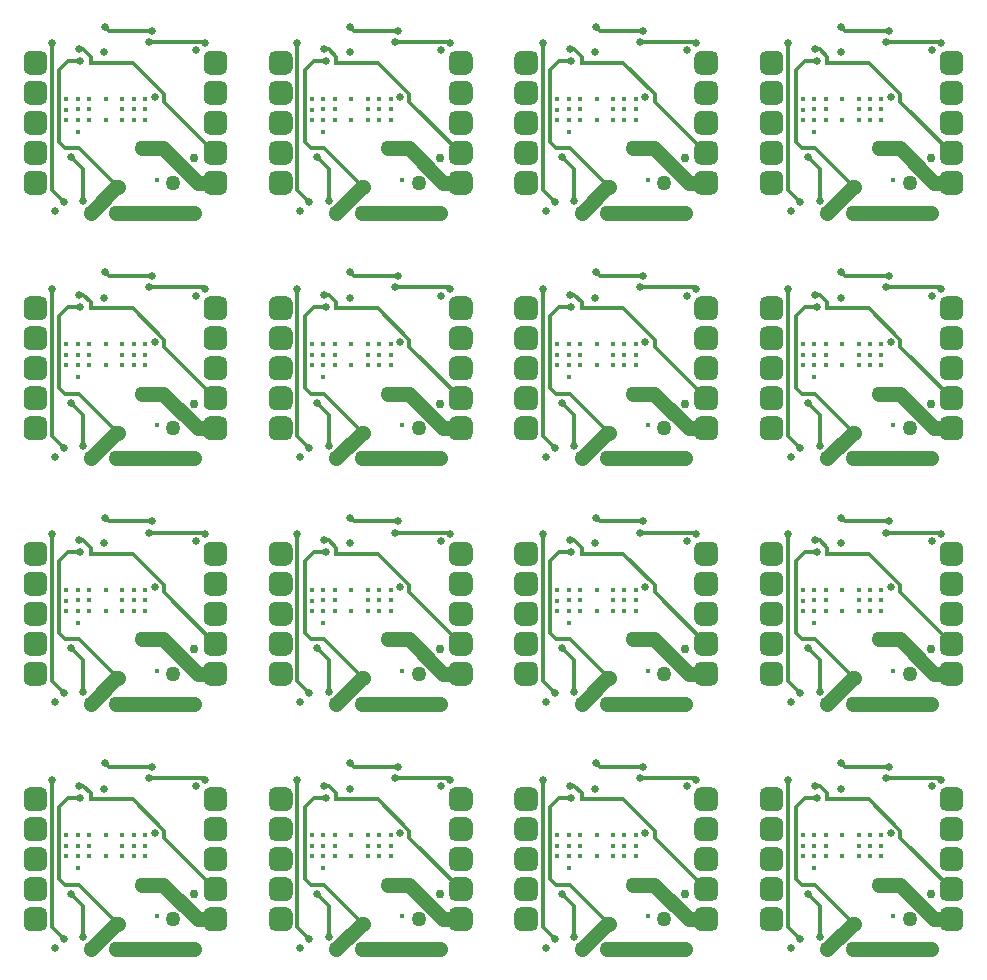
<source format=gbr>
%TF.GenerationSoftware,KiCad,Pcbnew,5.1.8*%
%TF.CreationDate,2020-11-30T01:30:04+01:00*%
%TF.ProjectId,panel2,70616e65-6c32-42e6-9b69-6361645f7063,rev?*%
%TF.SameCoordinates,Original*%
%TF.FileFunction,Copper,L2,Inr*%
%TF.FilePolarity,Positive*%
%FSLAX46Y46*%
G04 Gerber Fmt 4.6, Leading zero omitted, Abs format (unit mm)*
G04 Created by KiCad (PCBNEW 5.1.8) date 2020-11-30 01:30:04*
%MOMM*%
%LPD*%
G01*
G04 APERTURE LIST*
%TA.AperFunction,ViaPad*%
%ADD10C,1.270000*%
%TD*%
%TA.AperFunction,ViaPad*%
%ADD11C,0.635000*%
%TD*%
%TA.AperFunction,ViaPad*%
%ADD12C,0.450000*%
%TD*%
%TA.AperFunction,ViaPad*%
%ADD13C,0.762000*%
%TD*%
%TA.AperFunction,Conductor*%
%ADD14C,1.270000*%
%TD*%
%TA.AperFunction,Conductor*%
%ADD15C,0.317500*%
%TD*%
G04 APERTURE END LIST*
%TO.N,Board_16-/-BATT_RAW*%
%TO.C,TP1*%
%TA.AperFunction,ComponentPad*%
G36*
G01*
X112610016Y-116650016D02*
X112610016Y-115650016D01*
G75*
G02*
X113110016Y-115150016I500000J0D01*
G01*
X114110016Y-115150016D01*
G75*
G02*
X114610016Y-115650016I0J-500000D01*
G01*
X114610016Y-116650016D01*
G75*
G02*
X114110016Y-117150016I-500000J0D01*
G01*
X113110016Y-117150016D01*
G75*
G02*
X112610016Y-116650016I0J500000D01*
G01*
G37*
%TD.AperFunction*%
%TD*%
%TO.N,Board_16-/+BATT*%
%TO.C,TP2*%
%TA.AperFunction,ComponentPad*%
G36*
G01*
X112610016Y-119190016D02*
X112610016Y-118190016D01*
G75*
G02*
X113110016Y-117690016I500000J0D01*
G01*
X114110016Y-117690016D01*
G75*
G02*
X114610016Y-118190016I0J-500000D01*
G01*
X114610016Y-119190016D01*
G75*
G02*
X114110016Y-119690016I-500000J0D01*
G01*
X113110016Y-119690016D01*
G75*
G02*
X112610016Y-119190016I0J500000D01*
G01*
G37*
%TD.AperFunction*%
%TD*%
%TO.N,Board_16-GND*%
%TO.C,TP3*%
%TA.AperFunction,ComponentPad*%
G36*
G01*
X112610016Y-124270016D02*
X112610016Y-123270016D01*
G75*
G02*
X113110016Y-122770016I500000J0D01*
G01*
X114110016Y-122770016D01*
G75*
G02*
X114610016Y-123270016I0J-500000D01*
G01*
X114610016Y-124270016D01*
G75*
G02*
X114110016Y-124770016I-500000J0D01*
G01*
X113110016Y-124770016D01*
G75*
G02*
X112610016Y-124270016I0J500000D01*
G01*
G37*
%TD.AperFunction*%
%TD*%
%TO.N,Board_16-/+CHARGE*%
%TO.C,TP4*%
%TA.AperFunction,ComponentPad*%
G36*
G01*
X112610016Y-126810016D02*
X112610016Y-125810016D01*
G75*
G02*
X113110016Y-125310016I500000J0D01*
G01*
X114110016Y-125310016D01*
G75*
G02*
X114610016Y-125810016I0J-500000D01*
G01*
X114610016Y-126810016D01*
G75*
G02*
X114110016Y-127310016I-500000J0D01*
G01*
X113110016Y-127310016D01*
G75*
G02*
X112610016Y-126810016I0J500000D01*
G01*
G37*
%TD.AperFunction*%
%TD*%
%TO.N,Board_16-/3v3_EN*%
%TO.C,TP5*%
%TA.AperFunction,ComponentPad*%
G36*
G01*
X112610016Y-121730016D02*
X112610016Y-120730016D01*
G75*
G02*
X113110016Y-120230016I500000J0D01*
G01*
X114110016Y-120230016D01*
G75*
G02*
X114610016Y-120730016I0J-500000D01*
G01*
X114610016Y-121730016D01*
G75*
G02*
X114110016Y-122230016I-500000J0D01*
G01*
X113110016Y-122230016D01*
G75*
G02*
X112610016Y-121730016I0J500000D01*
G01*
G37*
%TD.AperFunction*%
%TD*%
%TO.N,Board_16-/VMAX*%
%TO.C,TP6*%
%TA.AperFunction,ComponentPad*%
G36*
G01*
X127850016Y-126810016D02*
X127850016Y-125810016D01*
G75*
G02*
X128350016Y-125310016I500000J0D01*
G01*
X129350016Y-125310016D01*
G75*
G02*
X129850016Y-125810016I0J-500000D01*
G01*
X129850016Y-126810016D01*
G75*
G02*
X129350016Y-127310016I-500000J0D01*
G01*
X128350016Y-127310016D01*
G75*
G02*
X127850016Y-126810016I0J500000D01*
G01*
G37*
%TD.AperFunction*%
%TD*%
%TO.N,Board_16-/+BATT*%
%TO.C,TP7*%
%TA.AperFunction,ComponentPad*%
G36*
G01*
X127850016Y-119190016D02*
X127850016Y-118190016D01*
G75*
G02*
X128350016Y-117690016I500000J0D01*
G01*
X129350016Y-117690016D01*
G75*
G02*
X129850016Y-118190016I0J-500000D01*
G01*
X129850016Y-119190016D01*
G75*
G02*
X129350016Y-119690016I-500000J0D01*
G01*
X128350016Y-119690016D01*
G75*
G02*
X127850016Y-119190016I0J500000D01*
G01*
G37*
%TD.AperFunction*%
%TD*%
%TO.N,Board_16-/+3v3*%
%TO.C,TP8*%
%TA.AperFunction,ComponentPad*%
G36*
G01*
X127850016Y-121730016D02*
X127850016Y-120730016D01*
G75*
G02*
X128350016Y-120230016I500000J0D01*
G01*
X129350016Y-120230016D01*
G75*
G02*
X129850016Y-120730016I0J-500000D01*
G01*
X129850016Y-121730016D01*
G75*
G02*
X129350016Y-122230016I-500000J0D01*
G01*
X128350016Y-122230016D01*
G75*
G02*
X127850016Y-121730016I0J500000D01*
G01*
G37*
%TD.AperFunction*%
%TD*%
%TO.N,Board_16-/STAT*%
%TO.C,TP9*%
%TA.AperFunction,ComponentPad*%
G36*
G01*
X127850016Y-124270016D02*
X127850016Y-123270016D01*
G75*
G02*
X128350016Y-122770016I500000J0D01*
G01*
X129350016Y-122770016D01*
G75*
G02*
X129850016Y-123270016I0J-500000D01*
G01*
X129850016Y-124270016D01*
G75*
G02*
X129350016Y-124770016I-500000J0D01*
G01*
X128350016Y-124770016D01*
G75*
G02*
X127850016Y-124270016I0J500000D01*
G01*
G37*
%TD.AperFunction*%
%TD*%
%TO.N,Board_16-GND*%
%TO.C,TP10*%
%TA.AperFunction,ComponentPad*%
G36*
G01*
X127850016Y-116650016D02*
X127850016Y-115650016D01*
G75*
G02*
X128350016Y-115150016I500000J0D01*
G01*
X129350016Y-115150016D01*
G75*
G02*
X129850016Y-115650016I0J-500000D01*
G01*
X129850016Y-116650016D01*
G75*
G02*
X129350016Y-117150016I-500000J0D01*
G01*
X128350016Y-117150016D01*
G75*
G02*
X127850016Y-116650016I0J500000D01*
G01*
G37*
%TD.AperFunction*%
%TD*%
%TO.N,Board_15-/-BATT_RAW*%
%TO.C,TP1*%
%TA.AperFunction,ComponentPad*%
G36*
G01*
X91830011Y-116650016D02*
X91830011Y-115650016D01*
G75*
G02*
X92330011Y-115150016I500000J0D01*
G01*
X93330011Y-115150016D01*
G75*
G02*
X93830011Y-115650016I0J-500000D01*
G01*
X93830011Y-116650016D01*
G75*
G02*
X93330011Y-117150016I-500000J0D01*
G01*
X92330011Y-117150016D01*
G75*
G02*
X91830011Y-116650016I0J500000D01*
G01*
G37*
%TD.AperFunction*%
%TD*%
%TO.N,Board_15-/+BATT*%
%TO.C,TP2*%
%TA.AperFunction,ComponentPad*%
G36*
G01*
X91830011Y-119190016D02*
X91830011Y-118190016D01*
G75*
G02*
X92330011Y-117690016I500000J0D01*
G01*
X93330011Y-117690016D01*
G75*
G02*
X93830011Y-118190016I0J-500000D01*
G01*
X93830011Y-119190016D01*
G75*
G02*
X93330011Y-119690016I-500000J0D01*
G01*
X92330011Y-119690016D01*
G75*
G02*
X91830011Y-119190016I0J500000D01*
G01*
G37*
%TD.AperFunction*%
%TD*%
%TO.N,Board_15-GND*%
%TO.C,TP3*%
%TA.AperFunction,ComponentPad*%
G36*
G01*
X91830011Y-124270016D02*
X91830011Y-123270016D01*
G75*
G02*
X92330011Y-122770016I500000J0D01*
G01*
X93330011Y-122770016D01*
G75*
G02*
X93830011Y-123270016I0J-500000D01*
G01*
X93830011Y-124270016D01*
G75*
G02*
X93330011Y-124770016I-500000J0D01*
G01*
X92330011Y-124770016D01*
G75*
G02*
X91830011Y-124270016I0J500000D01*
G01*
G37*
%TD.AperFunction*%
%TD*%
%TO.N,Board_15-/+CHARGE*%
%TO.C,TP4*%
%TA.AperFunction,ComponentPad*%
G36*
G01*
X91830011Y-126810016D02*
X91830011Y-125810016D01*
G75*
G02*
X92330011Y-125310016I500000J0D01*
G01*
X93330011Y-125310016D01*
G75*
G02*
X93830011Y-125810016I0J-500000D01*
G01*
X93830011Y-126810016D01*
G75*
G02*
X93330011Y-127310016I-500000J0D01*
G01*
X92330011Y-127310016D01*
G75*
G02*
X91830011Y-126810016I0J500000D01*
G01*
G37*
%TD.AperFunction*%
%TD*%
%TO.N,Board_15-/3v3_EN*%
%TO.C,TP5*%
%TA.AperFunction,ComponentPad*%
G36*
G01*
X91830011Y-121730016D02*
X91830011Y-120730016D01*
G75*
G02*
X92330011Y-120230016I500000J0D01*
G01*
X93330011Y-120230016D01*
G75*
G02*
X93830011Y-120730016I0J-500000D01*
G01*
X93830011Y-121730016D01*
G75*
G02*
X93330011Y-122230016I-500000J0D01*
G01*
X92330011Y-122230016D01*
G75*
G02*
X91830011Y-121730016I0J500000D01*
G01*
G37*
%TD.AperFunction*%
%TD*%
%TO.N,Board_15-/VMAX*%
%TO.C,TP6*%
%TA.AperFunction,ComponentPad*%
G36*
G01*
X107070011Y-126810016D02*
X107070011Y-125810016D01*
G75*
G02*
X107570011Y-125310016I500000J0D01*
G01*
X108570011Y-125310016D01*
G75*
G02*
X109070011Y-125810016I0J-500000D01*
G01*
X109070011Y-126810016D01*
G75*
G02*
X108570011Y-127310016I-500000J0D01*
G01*
X107570011Y-127310016D01*
G75*
G02*
X107070011Y-126810016I0J500000D01*
G01*
G37*
%TD.AperFunction*%
%TD*%
%TO.N,Board_15-/+BATT*%
%TO.C,TP7*%
%TA.AperFunction,ComponentPad*%
G36*
G01*
X107070011Y-119190016D02*
X107070011Y-118190016D01*
G75*
G02*
X107570011Y-117690016I500000J0D01*
G01*
X108570011Y-117690016D01*
G75*
G02*
X109070011Y-118190016I0J-500000D01*
G01*
X109070011Y-119190016D01*
G75*
G02*
X108570011Y-119690016I-500000J0D01*
G01*
X107570011Y-119690016D01*
G75*
G02*
X107070011Y-119190016I0J500000D01*
G01*
G37*
%TD.AperFunction*%
%TD*%
%TO.N,Board_15-/+3v3*%
%TO.C,TP8*%
%TA.AperFunction,ComponentPad*%
G36*
G01*
X107070011Y-121730016D02*
X107070011Y-120730016D01*
G75*
G02*
X107570011Y-120230016I500000J0D01*
G01*
X108570011Y-120230016D01*
G75*
G02*
X109070011Y-120730016I0J-500000D01*
G01*
X109070011Y-121730016D01*
G75*
G02*
X108570011Y-122230016I-500000J0D01*
G01*
X107570011Y-122230016D01*
G75*
G02*
X107070011Y-121730016I0J500000D01*
G01*
G37*
%TD.AperFunction*%
%TD*%
%TO.N,Board_15-/STAT*%
%TO.C,TP9*%
%TA.AperFunction,ComponentPad*%
G36*
G01*
X107070011Y-124270016D02*
X107070011Y-123270016D01*
G75*
G02*
X107570011Y-122770016I500000J0D01*
G01*
X108570011Y-122770016D01*
G75*
G02*
X109070011Y-123270016I0J-500000D01*
G01*
X109070011Y-124270016D01*
G75*
G02*
X108570011Y-124770016I-500000J0D01*
G01*
X107570011Y-124770016D01*
G75*
G02*
X107070011Y-124270016I0J500000D01*
G01*
G37*
%TD.AperFunction*%
%TD*%
%TO.N,Board_15-GND*%
%TO.C,TP10*%
%TA.AperFunction,ComponentPad*%
G36*
G01*
X107070011Y-116650016D02*
X107070011Y-115650016D01*
G75*
G02*
X107570011Y-115150016I500000J0D01*
G01*
X108570011Y-115150016D01*
G75*
G02*
X109070011Y-115650016I0J-500000D01*
G01*
X109070011Y-116650016D01*
G75*
G02*
X108570011Y-117150016I-500000J0D01*
G01*
X107570011Y-117150016D01*
G75*
G02*
X107070011Y-116650016I0J500000D01*
G01*
G37*
%TD.AperFunction*%
%TD*%
%TO.N,Board_14-/-BATT_RAW*%
%TO.C,TP1*%
%TA.AperFunction,ComponentPad*%
G36*
G01*
X71050006Y-116650016D02*
X71050006Y-115650016D01*
G75*
G02*
X71550006Y-115150016I500000J0D01*
G01*
X72550006Y-115150016D01*
G75*
G02*
X73050006Y-115650016I0J-500000D01*
G01*
X73050006Y-116650016D01*
G75*
G02*
X72550006Y-117150016I-500000J0D01*
G01*
X71550006Y-117150016D01*
G75*
G02*
X71050006Y-116650016I0J500000D01*
G01*
G37*
%TD.AperFunction*%
%TD*%
%TO.N,Board_14-/+BATT*%
%TO.C,TP2*%
%TA.AperFunction,ComponentPad*%
G36*
G01*
X71050006Y-119190016D02*
X71050006Y-118190016D01*
G75*
G02*
X71550006Y-117690016I500000J0D01*
G01*
X72550006Y-117690016D01*
G75*
G02*
X73050006Y-118190016I0J-500000D01*
G01*
X73050006Y-119190016D01*
G75*
G02*
X72550006Y-119690016I-500000J0D01*
G01*
X71550006Y-119690016D01*
G75*
G02*
X71050006Y-119190016I0J500000D01*
G01*
G37*
%TD.AperFunction*%
%TD*%
%TO.N,Board_14-GND*%
%TO.C,TP3*%
%TA.AperFunction,ComponentPad*%
G36*
G01*
X71050006Y-124270016D02*
X71050006Y-123270016D01*
G75*
G02*
X71550006Y-122770016I500000J0D01*
G01*
X72550006Y-122770016D01*
G75*
G02*
X73050006Y-123270016I0J-500000D01*
G01*
X73050006Y-124270016D01*
G75*
G02*
X72550006Y-124770016I-500000J0D01*
G01*
X71550006Y-124770016D01*
G75*
G02*
X71050006Y-124270016I0J500000D01*
G01*
G37*
%TD.AperFunction*%
%TD*%
%TO.N,Board_14-/+CHARGE*%
%TO.C,TP4*%
%TA.AperFunction,ComponentPad*%
G36*
G01*
X71050006Y-126810016D02*
X71050006Y-125810016D01*
G75*
G02*
X71550006Y-125310016I500000J0D01*
G01*
X72550006Y-125310016D01*
G75*
G02*
X73050006Y-125810016I0J-500000D01*
G01*
X73050006Y-126810016D01*
G75*
G02*
X72550006Y-127310016I-500000J0D01*
G01*
X71550006Y-127310016D01*
G75*
G02*
X71050006Y-126810016I0J500000D01*
G01*
G37*
%TD.AperFunction*%
%TD*%
%TO.N,Board_14-/3v3_EN*%
%TO.C,TP5*%
%TA.AperFunction,ComponentPad*%
G36*
G01*
X71050006Y-121730016D02*
X71050006Y-120730016D01*
G75*
G02*
X71550006Y-120230016I500000J0D01*
G01*
X72550006Y-120230016D01*
G75*
G02*
X73050006Y-120730016I0J-500000D01*
G01*
X73050006Y-121730016D01*
G75*
G02*
X72550006Y-122230016I-500000J0D01*
G01*
X71550006Y-122230016D01*
G75*
G02*
X71050006Y-121730016I0J500000D01*
G01*
G37*
%TD.AperFunction*%
%TD*%
%TO.N,Board_14-/VMAX*%
%TO.C,TP6*%
%TA.AperFunction,ComponentPad*%
G36*
G01*
X86290006Y-126810016D02*
X86290006Y-125810016D01*
G75*
G02*
X86790006Y-125310016I500000J0D01*
G01*
X87790006Y-125310016D01*
G75*
G02*
X88290006Y-125810016I0J-500000D01*
G01*
X88290006Y-126810016D01*
G75*
G02*
X87790006Y-127310016I-500000J0D01*
G01*
X86790006Y-127310016D01*
G75*
G02*
X86290006Y-126810016I0J500000D01*
G01*
G37*
%TD.AperFunction*%
%TD*%
%TO.N,Board_14-/+BATT*%
%TO.C,TP7*%
%TA.AperFunction,ComponentPad*%
G36*
G01*
X86290006Y-119190016D02*
X86290006Y-118190016D01*
G75*
G02*
X86790006Y-117690016I500000J0D01*
G01*
X87790006Y-117690016D01*
G75*
G02*
X88290006Y-118190016I0J-500000D01*
G01*
X88290006Y-119190016D01*
G75*
G02*
X87790006Y-119690016I-500000J0D01*
G01*
X86790006Y-119690016D01*
G75*
G02*
X86290006Y-119190016I0J500000D01*
G01*
G37*
%TD.AperFunction*%
%TD*%
%TO.N,Board_14-/+3v3*%
%TO.C,TP8*%
%TA.AperFunction,ComponentPad*%
G36*
G01*
X86290006Y-121730016D02*
X86290006Y-120730016D01*
G75*
G02*
X86790006Y-120230016I500000J0D01*
G01*
X87790006Y-120230016D01*
G75*
G02*
X88290006Y-120730016I0J-500000D01*
G01*
X88290006Y-121730016D01*
G75*
G02*
X87790006Y-122230016I-500000J0D01*
G01*
X86790006Y-122230016D01*
G75*
G02*
X86290006Y-121730016I0J500000D01*
G01*
G37*
%TD.AperFunction*%
%TD*%
%TO.N,Board_14-/STAT*%
%TO.C,TP9*%
%TA.AperFunction,ComponentPad*%
G36*
G01*
X86290006Y-124270016D02*
X86290006Y-123270016D01*
G75*
G02*
X86790006Y-122770016I500000J0D01*
G01*
X87790006Y-122770016D01*
G75*
G02*
X88290006Y-123270016I0J-500000D01*
G01*
X88290006Y-124270016D01*
G75*
G02*
X87790006Y-124770016I-500000J0D01*
G01*
X86790006Y-124770016D01*
G75*
G02*
X86290006Y-124270016I0J500000D01*
G01*
G37*
%TD.AperFunction*%
%TD*%
%TO.N,Board_14-GND*%
%TO.C,TP10*%
%TA.AperFunction,ComponentPad*%
G36*
G01*
X86290006Y-116650016D02*
X86290006Y-115650016D01*
G75*
G02*
X86790006Y-115150016I500000J0D01*
G01*
X87790006Y-115150016D01*
G75*
G02*
X88290006Y-115650016I0J-500000D01*
G01*
X88290006Y-116650016D01*
G75*
G02*
X87790006Y-117150016I-500000J0D01*
G01*
X86790006Y-117150016D01*
G75*
G02*
X86290006Y-116650016I0J500000D01*
G01*
G37*
%TD.AperFunction*%
%TD*%
%TO.N,Board_13-/-BATT_RAW*%
%TO.C,TP1*%
%TA.AperFunction,ComponentPad*%
G36*
G01*
X50270001Y-116650016D02*
X50270001Y-115650016D01*
G75*
G02*
X50770001Y-115150016I500000J0D01*
G01*
X51770001Y-115150016D01*
G75*
G02*
X52270001Y-115650016I0J-500000D01*
G01*
X52270001Y-116650016D01*
G75*
G02*
X51770001Y-117150016I-500000J0D01*
G01*
X50770001Y-117150016D01*
G75*
G02*
X50270001Y-116650016I0J500000D01*
G01*
G37*
%TD.AperFunction*%
%TD*%
%TO.N,Board_13-/+BATT*%
%TO.C,TP2*%
%TA.AperFunction,ComponentPad*%
G36*
G01*
X50270001Y-119190016D02*
X50270001Y-118190016D01*
G75*
G02*
X50770001Y-117690016I500000J0D01*
G01*
X51770001Y-117690016D01*
G75*
G02*
X52270001Y-118190016I0J-500000D01*
G01*
X52270001Y-119190016D01*
G75*
G02*
X51770001Y-119690016I-500000J0D01*
G01*
X50770001Y-119690016D01*
G75*
G02*
X50270001Y-119190016I0J500000D01*
G01*
G37*
%TD.AperFunction*%
%TD*%
%TO.N,Board_13-GND*%
%TO.C,TP3*%
%TA.AperFunction,ComponentPad*%
G36*
G01*
X50270001Y-124270016D02*
X50270001Y-123270016D01*
G75*
G02*
X50770001Y-122770016I500000J0D01*
G01*
X51770001Y-122770016D01*
G75*
G02*
X52270001Y-123270016I0J-500000D01*
G01*
X52270001Y-124270016D01*
G75*
G02*
X51770001Y-124770016I-500000J0D01*
G01*
X50770001Y-124770016D01*
G75*
G02*
X50270001Y-124270016I0J500000D01*
G01*
G37*
%TD.AperFunction*%
%TD*%
%TO.N,Board_13-/+CHARGE*%
%TO.C,TP4*%
%TA.AperFunction,ComponentPad*%
G36*
G01*
X50270001Y-126810016D02*
X50270001Y-125810016D01*
G75*
G02*
X50770001Y-125310016I500000J0D01*
G01*
X51770001Y-125310016D01*
G75*
G02*
X52270001Y-125810016I0J-500000D01*
G01*
X52270001Y-126810016D01*
G75*
G02*
X51770001Y-127310016I-500000J0D01*
G01*
X50770001Y-127310016D01*
G75*
G02*
X50270001Y-126810016I0J500000D01*
G01*
G37*
%TD.AperFunction*%
%TD*%
%TO.N,Board_13-/3v3_EN*%
%TO.C,TP5*%
%TA.AperFunction,ComponentPad*%
G36*
G01*
X50270001Y-121730016D02*
X50270001Y-120730016D01*
G75*
G02*
X50770001Y-120230016I500000J0D01*
G01*
X51770001Y-120230016D01*
G75*
G02*
X52270001Y-120730016I0J-500000D01*
G01*
X52270001Y-121730016D01*
G75*
G02*
X51770001Y-122230016I-500000J0D01*
G01*
X50770001Y-122230016D01*
G75*
G02*
X50270001Y-121730016I0J500000D01*
G01*
G37*
%TD.AperFunction*%
%TD*%
%TO.N,Board_13-/VMAX*%
%TO.C,TP6*%
%TA.AperFunction,ComponentPad*%
G36*
G01*
X65510001Y-126810016D02*
X65510001Y-125810016D01*
G75*
G02*
X66010001Y-125310016I500000J0D01*
G01*
X67010001Y-125310016D01*
G75*
G02*
X67510001Y-125810016I0J-500000D01*
G01*
X67510001Y-126810016D01*
G75*
G02*
X67010001Y-127310016I-500000J0D01*
G01*
X66010001Y-127310016D01*
G75*
G02*
X65510001Y-126810016I0J500000D01*
G01*
G37*
%TD.AperFunction*%
%TD*%
%TO.N,Board_13-/+BATT*%
%TO.C,TP7*%
%TA.AperFunction,ComponentPad*%
G36*
G01*
X65510001Y-119190016D02*
X65510001Y-118190016D01*
G75*
G02*
X66010001Y-117690016I500000J0D01*
G01*
X67010001Y-117690016D01*
G75*
G02*
X67510001Y-118190016I0J-500000D01*
G01*
X67510001Y-119190016D01*
G75*
G02*
X67010001Y-119690016I-500000J0D01*
G01*
X66010001Y-119690016D01*
G75*
G02*
X65510001Y-119190016I0J500000D01*
G01*
G37*
%TD.AperFunction*%
%TD*%
%TO.N,Board_13-/+3v3*%
%TO.C,TP8*%
%TA.AperFunction,ComponentPad*%
G36*
G01*
X65510001Y-121730016D02*
X65510001Y-120730016D01*
G75*
G02*
X66010001Y-120230016I500000J0D01*
G01*
X67010001Y-120230016D01*
G75*
G02*
X67510001Y-120730016I0J-500000D01*
G01*
X67510001Y-121730016D01*
G75*
G02*
X67010001Y-122230016I-500000J0D01*
G01*
X66010001Y-122230016D01*
G75*
G02*
X65510001Y-121730016I0J500000D01*
G01*
G37*
%TD.AperFunction*%
%TD*%
%TO.N,Board_13-/STAT*%
%TO.C,TP9*%
%TA.AperFunction,ComponentPad*%
G36*
G01*
X65510001Y-124270016D02*
X65510001Y-123270016D01*
G75*
G02*
X66010001Y-122770016I500000J0D01*
G01*
X67010001Y-122770016D01*
G75*
G02*
X67510001Y-123270016I0J-500000D01*
G01*
X67510001Y-124270016D01*
G75*
G02*
X67010001Y-124770016I-500000J0D01*
G01*
X66010001Y-124770016D01*
G75*
G02*
X65510001Y-124270016I0J500000D01*
G01*
G37*
%TD.AperFunction*%
%TD*%
%TO.N,Board_13-GND*%
%TO.C,TP10*%
%TA.AperFunction,ComponentPad*%
G36*
G01*
X65510001Y-116650016D02*
X65510001Y-115650016D01*
G75*
G02*
X66010001Y-115150016I500000J0D01*
G01*
X67010001Y-115150016D01*
G75*
G02*
X67510001Y-115650016I0J-500000D01*
G01*
X67510001Y-116650016D01*
G75*
G02*
X67010001Y-117150016I-500000J0D01*
G01*
X66010001Y-117150016D01*
G75*
G02*
X65510001Y-116650016I0J500000D01*
G01*
G37*
%TD.AperFunction*%
%TD*%
%TO.N,Board_12-/-BATT_RAW*%
%TO.C,TP1*%
%TA.AperFunction,ComponentPad*%
G36*
G01*
X112610016Y-95870011D02*
X112610016Y-94870011D01*
G75*
G02*
X113110016Y-94370011I500000J0D01*
G01*
X114110016Y-94370011D01*
G75*
G02*
X114610016Y-94870011I0J-500000D01*
G01*
X114610016Y-95870011D01*
G75*
G02*
X114110016Y-96370011I-500000J0D01*
G01*
X113110016Y-96370011D01*
G75*
G02*
X112610016Y-95870011I0J500000D01*
G01*
G37*
%TD.AperFunction*%
%TD*%
%TO.N,Board_12-/+BATT*%
%TO.C,TP2*%
%TA.AperFunction,ComponentPad*%
G36*
G01*
X112610016Y-98410011D02*
X112610016Y-97410011D01*
G75*
G02*
X113110016Y-96910011I500000J0D01*
G01*
X114110016Y-96910011D01*
G75*
G02*
X114610016Y-97410011I0J-500000D01*
G01*
X114610016Y-98410011D01*
G75*
G02*
X114110016Y-98910011I-500000J0D01*
G01*
X113110016Y-98910011D01*
G75*
G02*
X112610016Y-98410011I0J500000D01*
G01*
G37*
%TD.AperFunction*%
%TD*%
%TO.N,Board_12-GND*%
%TO.C,TP3*%
%TA.AperFunction,ComponentPad*%
G36*
G01*
X112610016Y-103490011D02*
X112610016Y-102490011D01*
G75*
G02*
X113110016Y-101990011I500000J0D01*
G01*
X114110016Y-101990011D01*
G75*
G02*
X114610016Y-102490011I0J-500000D01*
G01*
X114610016Y-103490011D01*
G75*
G02*
X114110016Y-103990011I-500000J0D01*
G01*
X113110016Y-103990011D01*
G75*
G02*
X112610016Y-103490011I0J500000D01*
G01*
G37*
%TD.AperFunction*%
%TD*%
%TO.N,Board_12-/+CHARGE*%
%TO.C,TP4*%
%TA.AperFunction,ComponentPad*%
G36*
G01*
X112610016Y-106030011D02*
X112610016Y-105030011D01*
G75*
G02*
X113110016Y-104530011I500000J0D01*
G01*
X114110016Y-104530011D01*
G75*
G02*
X114610016Y-105030011I0J-500000D01*
G01*
X114610016Y-106030011D01*
G75*
G02*
X114110016Y-106530011I-500000J0D01*
G01*
X113110016Y-106530011D01*
G75*
G02*
X112610016Y-106030011I0J500000D01*
G01*
G37*
%TD.AperFunction*%
%TD*%
%TO.N,Board_12-/3v3_EN*%
%TO.C,TP5*%
%TA.AperFunction,ComponentPad*%
G36*
G01*
X112610016Y-100950011D02*
X112610016Y-99950011D01*
G75*
G02*
X113110016Y-99450011I500000J0D01*
G01*
X114110016Y-99450011D01*
G75*
G02*
X114610016Y-99950011I0J-500000D01*
G01*
X114610016Y-100950011D01*
G75*
G02*
X114110016Y-101450011I-500000J0D01*
G01*
X113110016Y-101450011D01*
G75*
G02*
X112610016Y-100950011I0J500000D01*
G01*
G37*
%TD.AperFunction*%
%TD*%
%TO.N,Board_12-/VMAX*%
%TO.C,TP6*%
%TA.AperFunction,ComponentPad*%
G36*
G01*
X127850016Y-106030011D02*
X127850016Y-105030011D01*
G75*
G02*
X128350016Y-104530011I500000J0D01*
G01*
X129350016Y-104530011D01*
G75*
G02*
X129850016Y-105030011I0J-500000D01*
G01*
X129850016Y-106030011D01*
G75*
G02*
X129350016Y-106530011I-500000J0D01*
G01*
X128350016Y-106530011D01*
G75*
G02*
X127850016Y-106030011I0J500000D01*
G01*
G37*
%TD.AperFunction*%
%TD*%
%TO.N,Board_12-/+BATT*%
%TO.C,TP7*%
%TA.AperFunction,ComponentPad*%
G36*
G01*
X127850016Y-98410011D02*
X127850016Y-97410011D01*
G75*
G02*
X128350016Y-96910011I500000J0D01*
G01*
X129350016Y-96910011D01*
G75*
G02*
X129850016Y-97410011I0J-500000D01*
G01*
X129850016Y-98410011D01*
G75*
G02*
X129350016Y-98910011I-500000J0D01*
G01*
X128350016Y-98910011D01*
G75*
G02*
X127850016Y-98410011I0J500000D01*
G01*
G37*
%TD.AperFunction*%
%TD*%
%TO.N,Board_12-/+3v3*%
%TO.C,TP8*%
%TA.AperFunction,ComponentPad*%
G36*
G01*
X127850016Y-100950011D02*
X127850016Y-99950011D01*
G75*
G02*
X128350016Y-99450011I500000J0D01*
G01*
X129350016Y-99450011D01*
G75*
G02*
X129850016Y-99950011I0J-500000D01*
G01*
X129850016Y-100950011D01*
G75*
G02*
X129350016Y-101450011I-500000J0D01*
G01*
X128350016Y-101450011D01*
G75*
G02*
X127850016Y-100950011I0J500000D01*
G01*
G37*
%TD.AperFunction*%
%TD*%
%TO.N,Board_12-/STAT*%
%TO.C,TP9*%
%TA.AperFunction,ComponentPad*%
G36*
G01*
X127850016Y-103490011D02*
X127850016Y-102490011D01*
G75*
G02*
X128350016Y-101990011I500000J0D01*
G01*
X129350016Y-101990011D01*
G75*
G02*
X129850016Y-102490011I0J-500000D01*
G01*
X129850016Y-103490011D01*
G75*
G02*
X129350016Y-103990011I-500000J0D01*
G01*
X128350016Y-103990011D01*
G75*
G02*
X127850016Y-103490011I0J500000D01*
G01*
G37*
%TD.AperFunction*%
%TD*%
%TO.N,Board_12-GND*%
%TO.C,TP10*%
%TA.AperFunction,ComponentPad*%
G36*
G01*
X127850016Y-95870011D02*
X127850016Y-94870011D01*
G75*
G02*
X128350016Y-94370011I500000J0D01*
G01*
X129350016Y-94370011D01*
G75*
G02*
X129850016Y-94870011I0J-500000D01*
G01*
X129850016Y-95870011D01*
G75*
G02*
X129350016Y-96370011I-500000J0D01*
G01*
X128350016Y-96370011D01*
G75*
G02*
X127850016Y-95870011I0J500000D01*
G01*
G37*
%TD.AperFunction*%
%TD*%
%TO.N,Board_11-/-BATT_RAW*%
%TO.C,TP1*%
%TA.AperFunction,ComponentPad*%
G36*
G01*
X91830011Y-95870011D02*
X91830011Y-94870011D01*
G75*
G02*
X92330011Y-94370011I500000J0D01*
G01*
X93330011Y-94370011D01*
G75*
G02*
X93830011Y-94870011I0J-500000D01*
G01*
X93830011Y-95870011D01*
G75*
G02*
X93330011Y-96370011I-500000J0D01*
G01*
X92330011Y-96370011D01*
G75*
G02*
X91830011Y-95870011I0J500000D01*
G01*
G37*
%TD.AperFunction*%
%TD*%
%TO.N,Board_11-/+BATT*%
%TO.C,TP2*%
%TA.AperFunction,ComponentPad*%
G36*
G01*
X91830011Y-98410011D02*
X91830011Y-97410011D01*
G75*
G02*
X92330011Y-96910011I500000J0D01*
G01*
X93330011Y-96910011D01*
G75*
G02*
X93830011Y-97410011I0J-500000D01*
G01*
X93830011Y-98410011D01*
G75*
G02*
X93330011Y-98910011I-500000J0D01*
G01*
X92330011Y-98910011D01*
G75*
G02*
X91830011Y-98410011I0J500000D01*
G01*
G37*
%TD.AperFunction*%
%TD*%
%TO.N,Board_11-GND*%
%TO.C,TP3*%
%TA.AperFunction,ComponentPad*%
G36*
G01*
X91830011Y-103490011D02*
X91830011Y-102490011D01*
G75*
G02*
X92330011Y-101990011I500000J0D01*
G01*
X93330011Y-101990011D01*
G75*
G02*
X93830011Y-102490011I0J-500000D01*
G01*
X93830011Y-103490011D01*
G75*
G02*
X93330011Y-103990011I-500000J0D01*
G01*
X92330011Y-103990011D01*
G75*
G02*
X91830011Y-103490011I0J500000D01*
G01*
G37*
%TD.AperFunction*%
%TD*%
%TO.N,Board_11-/+CHARGE*%
%TO.C,TP4*%
%TA.AperFunction,ComponentPad*%
G36*
G01*
X91830011Y-106030011D02*
X91830011Y-105030011D01*
G75*
G02*
X92330011Y-104530011I500000J0D01*
G01*
X93330011Y-104530011D01*
G75*
G02*
X93830011Y-105030011I0J-500000D01*
G01*
X93830011Y-106030011D01*
G75*
G02*
X93330011Y-106530011I-500000J0D01*
G01*
X92330011Y-106530011D01*
G75*
G02*
X91830011Y-106030011I0J500000D01*
G01*
G37*
%TD.AperFunction*%
%TD*%
%TO.N,Board_11-/3v3_EN*%
%TO.C,TP5*%
%TA.AperFunction,ComponentPad*%
G36*
G01*
X91830011Y-100950011D02*
X91830011Y-99950011D01*
G75*
G02*
X92330011Y-99450011I500000J0D01*
G01*
X93330011Y-99450011D01*
G75*
G02*
X93830011Y-99950011I0J-500000D01*
G01*
X93830011Y-100950011D01*
G75*
G02*
X93330011Y-101450011I-500000J0D01*
G01*
X92330011Y-101450011D01*
G75*
G02*
X91830011Y-100950011I0J500000D01*
G01*
G37*
%TD.AperFunction*%
%TD*%
%TO.N,Board_11-/VMAX*%
%TO.C,TP6*%
%TA.AperFunction,ComponentPad*%
G36*
G01*
X107070011Y-106030011D02*
X107070011Y-105030011D01*
G75*
G02*
X107570011Y-104530011I500000J0D01*
G01*
X108570011Y-104530011D01*
G75*
G02*
X109070011Y-105030011I0J-500000D01*
G01*
X109070011Y-106030011D01*
G75*
G02*
X108570011Y-106530011I-500000J0D01*
G01*
X107570011Y-106530011D01*
G75*
G02*
X107070011Y-106030011I0J500000D01*
G01*
G37*
%TD.AperFunction*%
%TD*%
%TO.N,Board_11-/+BATT*%
%TO.C,TP7*%
%TA.AperFunction,ComponentPad*%
G36*
G01*
X107070011Y-98410011D02*
X107070011Y-97410011D01*
G75*
G02*
X107570011Y-96910011I500000J0D01*
G01*
X108570011Y-96910011D01*
G75*
G02*
X109070011Y-97410011I0J-500000D01*
G01*
X109070011Y-98410011D01*
G75*
G02*
X108570011Y-98910011I-500000J0D01*
G01*
X107570011Y-98910011D01*
G75*
G02*
X107070011Y-98410011I0J500000D01*
G01*
G37*
%TD.AperFunction*%
%TD*%
%TO.N,Board_11-/+3v3*%
%TO.C,TP8*%
%TA.AperFunction,ComponentPad*%
G36*
G01*
X107070011Y-100950011D02*
X107070011Y-99950011D01*
G75*
G02*
X107570011Y-99450011I500000J0D01*
G01*
X108570011Y-99450011D01*
G75*
G02*
X109070011Y-99950011I0J-500000D01*
G01*
X109070011Y-100950011D01*
G75*
G02*
X108570011Y-101450011I-500000J0D01*
G01*
X107570011Y-101450011D01*
G75*
G02*
X107070011Y-100950011I0J500000D01*
G01*
G37*
%TD.AperFunction*%
%TD*%
%TO.N,Board_11-/STAT*%
%TO.C,TP9*%
%TA.AperFunction,ComponentPad*%
G36*
G01*
X107070011Y-103490011D02*
X107070011Y-102490011D01*
G75*
G02*
X107570011Y-101990011I500000J0D01*
G01*
X108570011Y-101990011D01*
G75*
G02*
X109070011Y-102490011I0J-500000D01*
G01*
X109070011Y-103490011D01*
G75*
G02*
X108570011Y-103990011I-500000J0D01*
G01*
X107570011Y-103990011D01*
G75*
G02*
X107070011Y-103490011I0J500000D01*
G01*
G37*
%TD.AperFunction*%
%TD*%
%TO.N,Board_11-GND*%
%TO.C,TP10*%
%TA.AperFunction,ComponentPad*%
G36*
G01*
X107070011Y-95870011D02*
X107070011Y-94870011D01*
G75*
G02*
X107570011Y-94370011I500000J0D01*
G01*
X108570011Y-94370011D01*
G75*
G02*
X109070011Y-94870011I0J-500000D01*
G01*
X109070011Y-95870011D01*
G75*
G02*
X108570011Y-96370011I-500000J0D01*
G01*
X107570011Y-96370011D01*
G75*
G02*
X107070011Y-95870011I0J500000D01*
G01*
G37*
%TD.AperFunction*%
%TD*%
%TO.N,Board_10-/-BATT_RAW*%
%TO.C,TP1*%
%TA.AperFunction,ComponentPad*%
G36*
G01*
X71050006Y-95870011D02*
X71050006Y-94870011D01*
G75*
G02*
X71550006Y-94370011I500000J0D01*
G01*
X72550006Y-94370011D01*
G75*
G02*
X73050006Y-94870011I0J-500000D01*
G01*
X73050006Y-95870011D01*
G75*
G02*
X72550006Y-96370011I-500000J0D01*
G01*
X71550006Y-96370011D01*
G75*
G02*
X71050006Y-95870011I0J500000D01*
G01*
G37*
%TD.AperFunction*%
%TD*%
%TO.N,Board_10-/+BATT*%
%TO.C,TP2*%
%TA.AperFunction,ComponentPad*%
G36*
G01*
X71050006Y-98410011D02*
X71050006Y-97410011D01*
G75*
G02*
X71550006Y-96910011I500000J0D01*
G01*
X72550006Y-96910011D01*
G75*
G02*
X73050006Y-97410011I0J-500000D01*
G01*
X73050006Y-98410011D01*
G75*
G02*
X72550006Y-98910011I-500000J0D01*
G01*
X71550006Y-98910011D01*
G75*
G02*
X71050006Y-98410011I0J500000D01*
G01*
G37*
%TD.AperFunction*%
%TD*%
%TO.N,Board_10-GND*%
%TO.C,TP3*%
%TA.AperFunction,ComponentPad*%
G36*
G01*
X71050006Y-103490011D02*
X71050006Y-102490011D01*
G75*
G02*
X71550006Y-101990011I500000J0D01*
G01*
X72550006Y-101990011D01*
G75*
G02*
X73050006Y-102490011I0J-500000D01*
G01*
X73050006Y-103490011D01*
G75*
G02*
X72550006Y-103990011I-500000J0D01*
G01*
X71550006Y-103990011D01*
G75*
G02*
X71050006Y-103490011I0J500000D01*
G01*
G37*
%TD.AperFunction*%
%TD*%
%TO.N,Board_10-/+CHARGE*%
%TO.C,TP4*%
%TA.AperFunction,ComponentPad*%
G36*
G01*
X71050006Y-106030011D02*
X71050006Y-105030011D01*
G75*
G02*
X71550006Y-104530011I500000J0D01*
G01*
X72550006Y-104530011D01*
G75*
G02*
X73050006Y-105030011I0J-500000D01*
G01*
X73050006Y-106030011D01*
G75*
G02*
X72550006Y-106530011I-500000J0D01*
G01*
X71550006Y-106530011D01*
G75*
G02*
X71050006Y-106030011I0J500000D01*
G01*
G37*
%TD.AperFunction*%
%TD*%
%TO.N,Board_10-/3v3_EN*%
%TO.C,TP5*%
%TA.AperFunction,ComponentPad*%
G36*
G01*
X71050006Y-100950011D02*
X71050006Y-99950011D01*
G75*
G02*
X71550006Y-99450011I500000J0D01*
G01*
X72550006Y-99450011D01*
G75*
G02*
X73050006Y-99950011I0J-500000D01*
G01*
X73050006Y-100950011D01*
G75*
G02*
X72550006Y-101450011I-500000J0D01*
G01*
X71550006Y-101450011D01*
G75*
G02*
X71050006Y-100950011I0J500000D01*
G01*
G37*
%TD.AperFunction*%
%TD*%
%TO.N,Board_10-/VMAX*%
%TO.C,TP6*%
%TA.AperFunction,ComponentPad*%
G36*
G01*
X86290006Y-106030011D02*
X86290006Y-105030011D01*
G75*
G02*
X86790006Y-104530011I500000J0D01*
G01*
X87790006Y-104530011D01*
G75*
G02*
X88290006Y-105030011I0J-500000D01*
G01*
X88290006Y-106030011D01*
G75*
G02*
X87790006Y-106530011I-500000J0D01*
G01*
X86790006Y-106530011D01*
G75*
G02*
X86290006Y-106030011I0J500000D01*
G01*
G37*
%TD.AperFunction*%
%TD*%
%TO.N,Board_10-/+BATT*%
%TO.C,TP7*%
%TA.AperFunction,ComponentPad*%
G36*
G01*
X86290006Y-98410011D02*
X86290006Y-97410011D01*
G75*
G02*
X86790006Y-96910011I500000J0D01*
G01*
X87790006Y-96910011D01*
G75*
G02*
X88290006Y-97410011I0J-500000D01*
G01*
X88290006Y-98410011D01*
G75*
G02*
X87790006Y-98910011I-500000J0D01*
G01*
X86790006Y-98910011D01*
G75*
G02*
X86290006Y-98410011I0J500000D01*
G01*
G37*
%TD.AperFunction*%
%TD*%
%TO.N,Board_10-/+3v3*%
%TO.C,TP8*%
%TA.AperFunction,ComponentPad*%
G36*
G01*
X86290006Y-100950011D02*
X86290006Y-99950011D01*
G75*
G02*
X86790006Y-99450011I500000J0D01*
G01*
X87790006Y-99450011D01*
G75*
G02*
X88290006Y-99950011I0J-500000D01*
G01*
X88290006Y-100950011D01*
G75*
G02*
X87790006Y-101450011I-500000J0D01*
G01*
X86790006Y-101450011D01*
G75*
G02*
X86290006Y-100950011I0J500000D01*
G01*
G37*
%TD.AperFunction*%
%TD*%
%TO.N,Board_10-/STAT*%
%TO.C,TP9*%
%TA.AperFunction,ComponentPad*%
G36*
G01*
X86290006Y-103490011D02*
X86290006Y-102490011D01*
G75*
G02*
X86790006Y-101990011I500000J0D01*
G01*
X87790006Y-101990011D01*
G75*
G02*
X88290006Y-102490011I0J-500000D01*
G01*
X88290006Y-103490011D01*
G75*
G02*
X87790006Y-103990011I-500000J0D01*
G01*
X86790006Y-103990011D01*
G75*
G02*
X86290006Y-103490011I0J500000D01*
G01*
G37*
%TD.AperFunction*%
%TD*%
%TO.N,Board_10-GND*%
%TO.C,TP10*%
%TA.AperFunction,ComponentPad*%
G36*
G01*
X86290006Y-95870011D02*
X86290006Y-94870011D01*
G75*
G02*
X86790006Y-94370011I500000J0D01*
G01*
X87790006Y-94370011D01*
G75*
G02*
X88290006Y-94870011I0J-500000D01*
G01*
X88290006Y-95870011D01*
G75*
G02*
X87790006Y-96370011I-500000J0D01*
G01*
X86790006Y-96370011D01*
G75*
G02*
X86290006Y-95870011I0J500000D01*
G01*
G37*
%TD.AperFunction*%
%TD*%
%TO.N,Board_9-/-BATT_RAW*%
%TO.C,TP1*%
%TA.AperFunction,ComponentPad*%
G36*
G01*
X50270001Y-95870011D02*
X50270001Y-94870011D01*
G75*
G02*
X50770001Y-94370011I500000J0D01*
G01*
X51770001Y-94370011D01*
G75*
G02*
X52270001Y-94870011I0J-500000D01*
G01*
X52270001Y-95870011D01*
G75*
G02*
X51770001Y-96370011I-500000J0D01*
G01*
X50770001Y-96370011D01*
G75*
G02*
X50270001Y-95870011I0J500000D01*
G01*
G37*
%TD.AperFunction*%
%TD*%
%TO.N,Board_9-/+BATT*%
%TO.C,TP2*%
%TA.AperFunction,ComponentPad*%
G36*
G01*
X50270001Y-98410011D02*
X50270001Y-97410011D01*
G75*
G02*
X50770001Y-96910011I500000J0D01*
G01*
X51770001Y-96910011D01*
G75*
G02*
X52270001Y-97410011I0J-500000D01*
G01*
X52270001Y-98410011D01*
G75*
G02*
X51770001Y-98910011I-500000J0D01*
G01*
X50770001Y-98910011D01*
G75*
G02*
X50270001Y-98410011I0J500000D01*
G01*
G37*
%TD.AperFunction*%
%TD*%
%TO.N,Board_9-GND*%
%TO.C,TP3*%
%TA.AperFunction,ComponentPad*%
G36*
G01*
X50270001Y-103490011D02*
X50270001Y-102490011D01*
G75*
G02*
X50770001Y-101990011I500000J0D01*
G01*
X51770001Y-101990011D01*
G75*
G02*
X52270001Y-102490011I0J-500000D01*
G01*
X52270001Y-103490011D01*
G75*
G02*
X51770001Y-103990011I-500000J0D01*
G01*
X50770001Y-103990011D01*
G75*
G02*
X50270001Y-103490011I0J500000D01*
G01*
G37*
%TD.AperFunction*%
%TD*%
%TO.N,Board_9-/+CHARGE*%
%TO.C,TP4*%
%TA.AperFunction,ComponentPad*%
G36*
G01*
X50270001Y-106030011D02*
X50270001Y-105030011D01*
G75*
G02*
X50770001Y-104530011I500000J0D01*
G01*
X51770001Y-104530011D01*
G75*
G02*
X52270001Y-105030011I0J-500000D01*
G01*
X52270001Y-106030011D01*
G75*
G02*
X51770001Y-106530011I-500000J0D01*
G01*
X50770001Y-106530011D01*
G75*
G02*
X50270001Y-106030011I0J500000D01*
G01*
G37*
%TD.AperFunction*%
%TD*%
%TO.N,Board_9-/3v3_EN*%
%TO.C,TP5*%
%TA.AperFunction,ComponentPad*%
G36*
G01*
X50270001Y-100950011D02*
X50270001Y-99950011D01*
G75*
G02*
X50770001Y-99450011I500000J0D01*
G01*
X51770001Y-99450011D01*
G75*
G02*
X52270001Y-99950011I0J-500000D01*
G01*
X52270001Y-100950011D01*
G75*
G02*
X51770001Y-101450011I-500000J0D01*
G01*
X50770001Y-101450011D01*
G75*
G02*
X50270001Y-100950011I0J500000D01*
G01*
G37*
%TD.AperFunction*%
%TD*%
%TO.N,Board_9-/VMAX*%
%TO.C,TP6*%
%TA.AperFunction,ComponentPad*%
G36*
G01*
X65510001Y-106030011D02*
X65510001Y-105030011D01*
G75*
G02*
X66010001Y-104530011I500000J0D01*
G01*
X67010001Y-104530011D01*
G75*
G02*
X67510001Y-105030011I0J-500000D01*
G01*
X67510001Y-106030011D01*
G75*
G02*
X67010001Y-106530011I-500000J0D01*
G01*
X66010001Y-106530011D01*
G75*
G02*
X65510001Y-106030011I0J500000D01*
G01*
G37*
%TD.AperFunction*%
%TD*%
%TO.N,Board_9-/+BATT*%
%TO.C,TP7*%
%TA.AperFunction,ComponentPad*%
G36*
G01*
X65510001Y-98410011D02*
X65510001Y-97410011D01*
G75*
G02*
X66010001Y-96910011I500000J0D01*
G01*
X67010001Y-96910011D01*
G75*
G02*
X67510001Y-97410011I0J-500000D01*
G01*
X67510001Y-98410011D01*
G75*
G02*
X67010001Y-98910011I-500000J0D01*
G01*
X66010001Y-98910011D01*
G75*
G02*
X65510001Y-98410011I0J500000D01*
G01*
G37*
%TD.AperFunction*%
%TD*%
%TO.N,Board_9-/+3v3*%
%TO.C,TP8*%
%TA.AperFunction,ComponentPad*%
G36*
G01*
X65510001Y-100950011D02*
X65510001Y-99950011D01*
G75*
G02*
X66010001Y-99450011I500000J0D01*
G01*
X67010001Y-99450011D01*
G75*
G02*
X67510001Y-99950011I0J-500000D01*
G01*
X67510001Y-100950011D01*
G75*
G02*
X67010001Y-101450011I-500000J0D01*
G01*
X66010001Y-101450011D01*
G75*
G02*
X65510001Y-100950011I0J500000D01*
G01*
G37*
%TD.AperFunction*%
%TD*%
%TO.N,Board_9-/STAT*%
%TO.C,TP9*%
%TA.AperFunction,ComponentPad*%
G36*
G01*
X65510001Y-103490011D02*
X65510001Y-102490011D01*
G75*
G02*
X66010001Y-101990011I500000J0D01*
G01*
X67010001Y-101990011D01*
G75*
G02*
X67510001Y-102490011I0J-500000D01*
G01*
X67510001Y-103490011D01*
G75*
G02*
X67010001Y-103990011I-500000J0D01*
G01*
X66010001Y-103990011D01*
G75*
G02*
X65510001Y-103490011I0J500000D01*
G01*
G37*
%TD.AperFunction*%
%TD*%
%TO.N,Board_9-GND*%
%TO.C,TP10*%
%TA.AperFunction,ComponentPad*%
G36*
G01*
X65510001Y-95870011D02*
X65510001Y-94870011D01*
G75*
G02*
X66010001Y-94370011I500000J0D01*
G01*
X67010001Y-94370011D01*
G75*
G02*
X67510001Y-94870011I0J-500000D01*
G01*
X67510001Y-95870011D01*
G75*
G02*
X67010001Y-96370011I-500000J0D01*
G01*
X66010001Y-96370011D01*
G75*
G02*
X65510001Y-95870011I0J500000D01*
G01*
G37*
%TD.AperFunction*%
%TD*%
%TO.N,Board_8-/-BATT_RAW*%
%TO.C,TP1*%
%TA.AperFunction,ComponentPad*%
G36*
G01*
X112610016Y-75090006D02*
X112610016Y-74090006D01*
G75*
G02*
X113110016Y-73590006I500000J0D01*
G01*
X114110016Y-73590006D01*
G75*
G02*
X114610016Y-74090006I0J-500000D01*
G01*
X114610016Y-75090006D01*
G75*
G02*
X114110016Y-75590006I-500000J0D01*
G01*
X113110016Y-75590006D01*
G75*
G02*
X112610016Y-75090006I0J500000D01*
G01*
G37*
%TD.AperFunction*%
%TD*%
%TO.N,Board_8-/+BATT*%
%TO.C,TP2*%
%TA.AperFunction,ComponentPad*%
G36*
G01*
X112610016Y-77630006D02*
X112610016Y-76630006D01*
G75*
G02*
X113110016Y-76130006I500000J0D01*
G01*
X114110016Y-76130006D01*
G75*
G02*
X114610016Y-76630006I0J-500000D01*
G01*
X114610016Y-77630006D01*
G75*
G02*
X114110016Y-78130006I-500000J0D01*
G01*
X113110016Y-78130006D01*
G75*
G02*
X112610016Y-77630006I0J500000D01*
G01*
G37*
%TD.AperFunction*%
%TD*%
%TO.N,Board_8-GND*%
%TO.C,TP3*%
%TA.AperFunction,ComponentPad*%
G36*
G01*
X112610016Y-82710006D02*
X112610016Y-81710006D01*
G75*
G02*
X113110016Y-81210006I500000J0D01*
G01*
X114110016Y-81210006D01*
G75*
G02*
X114610016Y-81710006I0J-500000D01*
G01*
X114610016Y-82710006D01*
G75*
G02*
X114110016Y-83210006I-500000J0D01*
G01*
X113110016Y-83210006D01*
G75*
G02*
X112610016Y-82710006I0J500000D01*
G01*
G37*
%TD.AperFunction*%
%TD*%
%TO.N,Board_8-/+CHARGE*%
%TO.C,TP4*%
%TA.AperFunction,ComponentPad*%
G36*
G01*
X112610016Y-85250006D02*
X112610016Y-84250006D01*
G75*
G02*
X113110016Y-83750006I500000J0D01*
G01*
X114110016Y-83750006D01*
G75*
G02*
X114610016Y-84250006I0J-500000D01*
G01*
X114610016Y-85250006D01*
G75*
G02*
X114110016Y-85750006I-500000J0D01*
G01*
X113110016Y-85750006D01*
G75*
G02*
X112610016Y-85250006I0J500000D01*
G01*
G37*
%TD.AperFunction*%
%TD*%
%TO.N,Board_8-/3v3_EN*%
%TO.C,TP5*%
%TA.AperFunction,ComponentPad*%
G36*
G01*
X112610016Y-80170006D02*
X112610016Y-79170006D01*
G75*
G02*
X113110016Y-78670006I500000J0D01*
G01*
X114110016Y-78670006D01*
G75*
G02*
X114610016Y-79170006I0J-500000D01*
G01*
X114610016Y-80170006D01*
G75*
G02*
X114110016Y-80670006I-500000J0D01*
G01*
X113110016Y-80670006D01*
G75*
G02*
X112610016Y-80170006I0J500000D01*
G01*
G37*
%TD.AperFunction*%
%TD*%
%TO.N,Board_8-/VMAX*%
%TO.C,TP6*%
%TA.AperFunction,ComponentPad*%
G36*
G01*
X127850016Y-85250006D02*
X127850016Y-84250006D01*
G75*
G02*
X128350016Y-83750006I500000J0D01*
G01*
X129350016Y-83750006D01*
G75*
G02*
X129850016Y-84250006I0J-500000D01*
G01*
X129850016Y-85250006D01*
G75*
G02*
X129350016Y-85750006I-500000J0D01*
G01*
X128350016Y-85750006D01*
G75*
G02*
X127850016Y-85250006I0J500000D01*
G01*
G37*
%TD.AperFunction*%
%TD*%
%TO.N,Board_8-/+BATT*%
%TO.C,TP7*%
%TA.AperFunction,ComponentPad*%
G36*
G01*
X127850016Y-77630006D02*
X127850016Y-76630006D01*
G75*
G02*
X128350016Y-76130006I500000J0D01*
G01*
X129350016Y-76130006D01*
G75*
G02*
X129850016Y-76630006I0J-500000D01*
G01*
X129850016Y-77630006D01*
G75*
G02*
X129350016Y-78130006I-500000J0D01*
G01*
X128350016Y-78130006D01*
G75*
G02*
X127850016Y-77630006I0J500000D01*
G01*
G37*
%TD.AperFunction*%
%TD*%
%TO.N,Board_8-/+3v3*%
%TO.C,TP8*%
%TA.AperFunction,ComponentPad*%
G36*
G01*
X127850016Y-80170006D02*
X127850016Y-79170006D01*
G75*
G02*
X128350016Y-78670006I500000J0D01*
G01*
X129350016Y-78670006D01*
G75*
G02*
X129850016Y-79170006I0J-500000D01*
G01*
X129850016Y-80170006D01*
G75*
G02*
X129350016Y-80670006I-500000J0D01*
G01*
X128350016Y-80670006D01*
G75*
G02*
X127850016Y-80170006I0J500000D01*
G01*
G37*
%TD.AperFunction*%
%TD*%
%TO.N,Board_8-/STAT*%
%TO.C,TP9*%
%TA.AperFunction,ComponentPad*%
G36*
G01*
X127850016Y-82710006D02*
X127850016Y-81710006D01*
G75*
G02*
X128350016Y-81210006I500000J0D01*
G01*
X129350016Y-81210006D01*
G75*
G02*
X129850016Y-81710006I0J-500000D01*
G01*
X129850016Y-82710006D01*
G75*
G02*
X129350016Y-83210006I-500000J0D01*
G01*
X128350016Y-83210006D01*
G75*
G02*
X127850016Y-82710006I0J500000D01*
G01*
G37*
%TD.AperFunction*%
%TD*%
%TO.N,Board_8-GND*%
%TO.C,TP10*%
%TA.AperFunction,ComponentPad*%
G36*
G01*
X127850016Y-75090006D02*
X127850016Y-74090006D01*
G75*
G02*
X128350016Y-73590006I500000J0D01*
G01*
X129350016Y-73590006D01*
G75*
G02*
X129850016Y-74090006I0J-500000D01*
G01*
X129850016Y-75090006D01*
G75*
G02*
X129350016Y-75590006I-500000J0D01*
G01*
X128350016Y-75590006D01*
G75*
G02*
X127850016Y-75090006I0J500000D01*
G01*
G37*
%TD.AperFunction*%
%TD*%
%TO.N,Board_7-/-BATT_RAW*%
%TO.C,TP1*%
%TA.AperFunction,ComponentPad*%
G36*
G01*
X91830011Y-75090006D02*
X91830011Y-74090006D01*
G75*
G02*
X92330011Y-73590006I500000J0D01*
G01*
X93330011Y-73590006D01*
G75*
G02*
X93830011Y-74090006I0J-500000D01*
G01*
X93830011Y-75090006D01*
G75*
G02*
X93330011Y-75590006I-500000J0D01*
G01*
X92330011Y-75590006D01*
G75*
G02*
X91830011Y-75090006I0J500000D01*
G01*
G37*
%TD.AperFunction*%
%TD*%
%TO.N,Board_7-/+BATT*%
%TO.C,TP2*%
%TA.AperFunction,ComponentPad*%
G36*
G01*
X91830011Y-77630006D02*
X91830011Y-76630006D01*
G75*
G02*
X92330011Y-76130006I500000J0D01*
G01*
X93330011Y-76130006D01*
G75*
G02*
X93830011Y-76630006I0J-500000D01*
G01*
X93830011Y-77630006D01*
G75*
G02*
X93330011Y-78130006I-500000J0D01*
G01*
X92330011Y-78130006D01*
G75*
G02*
X91830011Y-77630006I0J500000D01*
G01*
G37*
%TD.AperFunction*%
%TD*%
%TO.N,Board_7-GND*%
%TO.C,TP3*%
%TA.AperFunction,ComponentPad*%
G36*
G01*
X91830011Y-82710006D02*
X91830011Y-81710006D01*
G75*
G02*
X92330011Y-81210006I500000J0D01*
G01*
X93330011Y-81210006D01*
G75*
G02*
X93830011Y-81710006I0J-500000D01*
G01*
X93830011Y-82710006D01*
G75*
G02*
X93330011Y-83210006I-500000J0D01*
G01*
X92330011Y-83210006D01*
G75*
G02*
X91830011Y-82710006I0J500000D01*
G01*
G37*
%TD.AperFunction*%
%TD*%
%TO.N,Board_7-/+CHARGE*%
%TO.C,TP4*%
%TA.AperFunction,ComponentPad*%
G36*
G01*
X91830011Y-85250006D02*
X91830011Y-84250006D01*
G75*
G02*
X92330011Y-83750006I500000J0D01*
G01*
X93330011Y-83750006D01*
G75*
G02*
X93830011Y-84250006I0J-500000D01*
G01*
X93830011Y-85250006D01*
G75*
G02*
X93330011Y-85750006I-500000J0D01*
G01*
X92330011Y-85750006D01*
G75*
G02*
X91830011Y-85250006I0J500000D01*
G01*
G37*
%TD.AperFunction*%
%TD*%
%TO.N,Board_7-/3v3_EN*%
%TO.C,TP5*%
%TA.AperFunction,ComponentPad*%
G36*
G01*
X91830011Y-80170006D02*
X91830011Y-79170006D01*
G75*
G02*
X92330011Y-78670006I500000J0D01*
G01*
X93330011Y-78670006D01*
G75*
G02*
X93830011Y-79170006I0J-500000D01*
G01*
X93830011Y-80170006D01*
G75*
G02*
X93330011Y-80670006I-500000J0D01*
G01*
X92330011Y-80670006D01*
G75*
G02*
X91830011Y-80170006I0J500000D01*
G01*
G37*
%TD.AperFunction*%
%TD*%
%TO.N,Board_7-/VMAX*%
%TO.C,TP6*%
%TA.AperFunction,ComponentPad*%
G36*
G01*
X107070011Y-85250006D02*
X107070011Y-84250006D01*
G75*
G02*
X107570011Y-83750006I500000J0D01*
G01*
X108570011Y-83750006D01*
G75*
G02*
X109070011Y-84250006I0J-500000D01*
G01*
X109070011Y-85250006D01*
G75*
G02*
X108570011Y-85750006I-500000J0D01*
G01*
X107570011Y-85750006D01*
G75*
G02*
X107070011Y-85250006I0J500000D01*
G01*
G37*
%TD.AperFunction*%
%TD*%
%TO.N,Board_7-/+BATT*%
%TO.C,TP7*%
%TA.AperFunction,ComponentPad*%
G36*
G01*
X107070011Y-77630006D02*
X107070011Y-76630006D01*
G75*
G02*
X107570011Y-76130006I500000J0D01*
G01*
X108570011Y-76130006D01*
G75*
G02*
X109070011Y-76630006I0J-500000D01*
G01*
X109070011Y-77630006D01*
G75*
G02*
X108570011Y-78130006I-500000J0D01*
G01*
X107570011Y-78130006D01*
G75*
G02*
X107070011Y-77630006I0J500000D01*
G01*
G37*
%TD.AperFunction*%
%TD*%
%TO.N,Board_7-/+3v3*%
%TO.C,TP8*%
%TA.AperFunction,ComponentPad*%
G36*
G01*
X107070011Y-80170006D02*
X107070011Y-79170006D01*
G75*
G02*
X107570011Y-78670006I500000J0D01*
G01*
X108570011Y-78670006D01*
G75*
G02*
X109070011Y-79170006I0J-500000D01*
G01*
X109070011Y-80170006D01*
G75*
G02*
X108570011Y-80670006I-500000J0D01*
G01*
X107570011Y-80670006D01*
G75*
G02*
X107070011Y-80170006I0J500000D01*
G01*
G37*
%TD.AperFunction*%
%TD*%
%TO.N,Board_7-/STAT*%
%TO.C,TP9*%
%TA.AperFunction,ComponentPad*%
G36*
G01*
X107070011Y-82710006D02*
X107070011Y-81710006D01*
G75*
G02*
X107570011Y-81210006I500000J0D01*
G01*
X108570011Y-81210006D01*
G75*
G02*
X109070011Y-81710006I0J-500000D01*
G01*
X109070011Y-82710006D01*
G75*
G02*
X108570011Y-83210006I-500000J0D01*
G01*
X107570011Y-83210006D01*
G75*
G02*
X107070011Y-82710006I0J500000D01*
G01*
G37*
%TD.AperFunction*%
%TD*%
%TO.N,Board_7-GND*%
%TO.C,TP10*%
%TA.AperFunction,ComponentPad*%
G36*
G01*
X107070011Y-75090006D02*
X107070011Y-74090006D01*
G75*
G02*
X107570011Y-73590006I500000J0D01*
G01*
X108570011Y-73590006D01*
G75*
G02*
X109070011Y-74090006I0J-500000D01*
G01*
X109070011Y-75090006D01*
G75*
G02*
X108570011Y-75590006I-500000J0D01*
G01*
X107570011Y-75590006D01*
G75*
G02*
X107070011Y-75090006I0J500000D01*
G01*
G37*
%TD.AperFunction*%
%TD*%
%TO.N,Board_6-/-BATT_RAW*%
%TO.C,TP1*%
%TA.AperFunction,ComponentPad*%
G36*
G01*
X71050006Y-75090006D02*
X71050006Y-74090006D01*
G75*
G02*
X71550006Y-73590006I500000J0D01*
G01*
X72550006Y-73590006D01*
G75*
G02*
X73050006Y-74090006I0J-500000D01*
G01*
X73050006Y-75090006D01*
G75*
G02*
X72550006Y-75590006I-500000J0D01*
G01*
X71550006Y-75590006D01*
G75*
G02*
X71050006Y-75090006I0J500000D01*
G01*
G37*
%TD.AperFunction*%
%TD*%
%TO.N,Board_6-/+BATT*%
%TO.C,TP2*%
%TA.AperFunction,ComponentPad*%
G36*
G01*
X71050006Y-77630006D02*
X71050006Y-76630006D01*
G75*
G02*
X71550006Y-76130006I500000J0D01*
G01*
X72550006Y-76130006D01*
G75*
G02*
X73050006Y-76630006I0J-500000D01*
G01*
X73050006Y-77630006D01*
G75*
G02*
X72550006Y-78130006I-500000J0D01*
G01*
X71550006Y-78130006D01*
G75*
G02*
X71050006Y-77630006I0J500000D01*
G01*
G37*
%TD.AperFunction*%
%TD*%
%TO.N,Board_6-GND*%
%TO.C,TP3*%
%TA.AperFunction,ComponentPad*%
G36*
G01*
X71050006Y-82710006D02*
X71050006Y-81710006D01*
G75*
G02*
X71550006Y-81210006I500000J0D01*
G01*
X72550006Y-81210006D01*
G75*
G02*
X73050006Y-81710006I0J-500000D01*
G01*
X73050006Y-82710006D01*
G75*
G02*
X72550006Y-83210006I-500000J0D01*
G01*
X71550006Y-83210006D01*
G75*
G02*
X71050006Y-82710006I0J500000D01*
G01*
G37*
%TD.AperFunction*%
%TD*%
%TO.N,Board_6-/+CHARGE*%
%TO.C,TP4*%
%TA.AperFunction,ComponentPad*%
G36*
G01*
X71050006Y-85250006D02*
X71050006Y-84250006D01*
G75*
G02*
X71550006Y-83750006I500000J0D01*
G01*
X72550006Y-83750006D01*
G75*
G02*
X73050006Y-84250006I0J-500000D01*
G01*
X73050006Y-85250006D01*
G75*
G02*
X72550006Y-85750006I-500000J0D01*
G01*
X71550006Y-85750006D01*
G75*
G02*
X71050006Y-85250006I0J500000D01*
G01*
G37*
%TD.AperFunction*%
%TD*%
%TO.N,Board_6-/3v3_EN*%
%TO.C,TP5*%
%TA.AperFunction,ComponentPad*%
G36*
G01*
X71050006Y-80170006D02*
X71050006Y-79170006D01*
G75*
G02*
X71550006Y-78670006I500000J0D01*
G01*
X72550006Y-78670006D01*
G75*
G02*
X73050006Y-79170006I0J-500000D01*
G01*
X73050006Y-80170006D01*
G75*
G02*
X72550006Y-80670006I-500000J0D01*
G01*
X71550006Y-80670006D01*
G75*
G02*
X71050006Y-80170006I0J500000D01*
G01*
G37*
%TD.AperFunction*%
%TD*%
%TO.N,Board_6-/VMAX*%
%TO.C,TP6*%
%TA.AperFunction,ComponentPad*%
G36*
G01*
X86290006Y-85250006D02*
X86290006Y-84250006D01*
G75*
G02*
X86790006Y-83750006I500000J0D01*
G01*
X87790006Y-83750006D01*
G75*
G02*
X88290006Y-84250006I0J-500000D01*
G01*
X88290006Y-85250006D01*
G75*
G02*
X87790006Y-85750006I-500000J0D01*
G01*
X86790006Y-85750006D01*
G75*
G02*
X86290006Y-85250006I0J500000D01*
G01*
G37*
%TD.AperFunction*%
%TD*%
%TO.N,Board_6-/+BATT*%
%TO.C,TP7*%
%TA.AperFunction,ComponentPad*%
G36*
G01*
X86290006Y-77630006D02*
X86290006Y-76630006D01*
G75*
G02*
X86790006Y-76130006I500000J0D01*
G01*
X87790006Y-76130006D01*
G75*
G02*
X88290006Y-76630006I0J-500000D01*
G01*
X88290006Y-77630006D01*
G75*
G02*
X87790006Y-78130006I-500000J0D01*
G01*
X86790006Y-78130006D01*
G75*
G02*
X86290006Y-77630006I0J500000D01*
G01*
G37*
%TD.AperFunction*%
%TD*%
%TO.N,Board_6-/+3v3*%
%TO.C,TP8*%
%TA.AperFunction,ComponentPad*%
G36*
G01*
X86290006Y-80170006D02*
X86290006Y-79170006D01*
G75*
G02*
X86790006Y-78670006I500000J0D01*
G01*
X87790006Y-78670006D01*
G75*
G02*
X88290006Y-79170006I0J-500000D01*
G01*
X88290006Y-80170006D01*
G75*
G02*
X87790006Y-80670006I-500000J0D01*
G01*
X86790006Y-80670006D01*
G75*
G02*
X86290006Y-80170006I0J500000D01*
G01*
G37*
%TD.AperFunction*%
%TD*%
%TO.N,Board_6-/STAT*%
%TO.C,TP9*%
%TA.AperFunction,ComponentPad*%
G36*
G01*
X86290006Y-82710006D02*
X86290006Y-81710006D01*
G75*
G02*
X86790006Y-81210006I500000J0D01*
G01*
X87790006Y-81210006D01*
G75*
G02*
X88290006Y-81710006I0J-500000D01*
G01*
X88290006Y-82710006D01*
G75*
G02*
X87790006Y-83210006I-500000J0D01*
G01*
X86790006Y-83210006D01*
G75*
G02*
X86290006Y-82710006I0J500000D01*
G01*
G37*
%TD.AperFunction*%
%TD*%
%TO.N,Board_6-GND*%
%TO.C,TP10*%
%TA.AperFunction,ComponentPad*%
G36*
G01*
X86290006Y-75090006D02*
X86290006Y-74090006D01*
G75*
G02*
X86790006Y-73590006I500000J0D01*
G01*
X87790006Y-73590006D01*
G75*
G02*
X88290006Y-74090006I0J-500000D01*
G01*
X88290006Y-75090006D01*
G75*
G02*
X87790006Y-75590006I-500000J0D01*
G01*
X86790006Y-75590006D01*
G75*
G02*
X86290006Y-75090006I0J500000D01*
G01*
G37*
%TD.AperFunction*%
%TD*%
%TO.N,Board_5-/-BATT_RAW*%
%TO.C,TP1*%
%TA.AperFunction,ComponentPad*%
G36*
G01*
X50270001Y-75090006D02*
X50270001Y-74090006D01*
G75*
G02*
X50770001Y-73590006I500000J0D01*
G01*
X51770001Y-73590006D01*
G75*
G02*
X52270001Y-74090006I0J-500000D01*
G01*
X52270001Y-75090006D01*
G75*
G02*
X51770001Y-75590006I-500000J0D01*
G01*
X50770001Y-75590006D01*
G75*
G02*
X50270001Y-75090006I0J500000D01*
G01*
G37*
%TD.AperFunction*%
%TD*%
%TO.N,Board_5-/+BATT*%
%TO.C,TP2*%
%TA.AperFunction,ComponentPad*%
G36*
G01*
X50270001Y-77630006D02*
X50270001Y-76630006D01*
G75*
G02*
X50770001Y-76130006I500000J0D01*
G01*
X51770001Y-76130006D01*
G75*
G02*
X52270001Y-76630006I0J-500000D01*
G01*
X52270001Y-77630006D01*
G75*
G02*
X51770001Y-78130006I-500000J0D01*
G01*
X50770001Y-78130006D01*
G75*
G02*
X50270001Y-77630006I0J500000D01*
G01*
G37*
%TD.AperFunction*%
%TD*%
%TO.N,Board_5-GND*%
%TO.C,TP3*%
%TA.AperFunction,ComponentPad*%
G36*
G01*
X50270001Y-82710006D02*
X50270001Y-81710006D01*
G75*
G02*
X50770001Y-81210006I500000J0D01*
G01*
X51770001Y-81210006D01*
G75*
G02*
X52270001Y-81710006I0J-500000D01*
G01*
X52270001Y-82710006D01*
G75*
G02*
X51770001Y-83210006I-500000J0D01*
G01*
X50770001Y-83210006D01*
G75*
G02*
X50270001Y-82710006I0J500000D01*
G01*
G37*
%TD.AperFunction*%
%TD*%
%TO.N,Board_5-/+CHARGE*%
%TO.C,TP4*%
%TA.AperFunction,ComponentPad*%
G36*
G01*
X50270001Y-85250006D02*
X50270001Y-84250006D01*
G75*
G02*
X50770001Y-83750006I500000J0D01*
G01*
X51770001Y-83750006D01*
G75*
G02*
X52270001Y-84250006I0J-500000D01*
G01*
X52270001Y-85250006D01*
G75*
G02*
X51770001Y-85750006I-500000J0D01*
G01*
X50770001Y-85750006D01*
G75*
G02*
X50270001Y-85250006I0J500000D01*
G01*
G37*
%TD.AperFunction*%
%TD*%
%TO.N,Board_5-/3v3_EN*%
%TO.C,TP5*%
%TA.AperFunction,ComponentPad*%
G36*
G01*
X50270001Y-80170006D02*
X50270001Y-79170006D01*
G75*
G02*
X50770001Y-78670006I500000J0D01*
G01*
X51770001Y-78670006D01*
G75*
G02*
X52270001Y-79170006I0J-500000D01*
G01*
X52270001Y-80170006D01*
G75*
G02*
X51770001Y-80670006I-500000J0D01*
G01*
X50770001Y-80670006D01*
G75*
G02*
X50270001Y-80170006I0J500000D01*
G01*
G37*
%TD.AperFunction*%
%TD*%
%TO.N,Board_5-/VMAX*%
%TO.C,TP6*%
%TA.AperFunction,ComponentPad*%
G36*
G01*
X65510001Y-85250006D02*
X65510001Y-84250006D01*
G75*
G02*
X66010001Y-83750006I500000J0D01*
G01*
X67010001Y-83750006D01*
G75*
G02*
X67510001Y-84250006I0J-500000D01*
G01*
X67510001Y-85250006D01*
G75*
G02*
X67010001Y-85750006I-500000J0D01*
G01*
X66010001Y-85750006D01*
G75*
G02*
X65510001Y-85250006I0J500000D01*
G01*
G37*
%TD.AperFunction*%
%TD*%
%TO.N,Board_5-/+BATT*%
%TO.C,TP7*%
%TA.AperFunction,ComponentPad*%
G36*
G01*
X65510001Y-77630006D02*
X65510001Y-76630006D01*
G75*
G02*
X66010001Y-76130006I500000J0D01*
G01*
X67010001Y-76130006D01*
G75*
G02*
X67510001Y-76630006I0J-500000D01*
G01*
X67510001Y-77630006D01*
G75*
G02*
X67010001Y-78130006I-500000J0D01*
G01*
X66010001Y-78130006D01*
G75*
G02*
X65510001Y-77630006I0J500000D01*
G01*
G37*
%TD.AperFunction*%
%TD*%
%TO.N,Board_5-/+3v3*%
%TO.C,TP8*%
%TA.AperFunction,ComponentPad*%
G36*
G01*
X65510001Y-80170006D02*
X65510001Y-79170006D01*
G75*
G02*
X66010001Y-78670006I500000J0D01*
G01*
X67010001Y-78670006D01*
G75*
G02*
X67510001Y-79170006I0J-500000D01*
G01*
X67510001Y-80170006D01*
G75*
G02*
X67010001Y-80670006I-500000J0D01*
G01*
X66010001Y-80670006D01*
G75*
G02*
X65510001Y-80170006I0J500000D01*
G01*
G37*
%TD.AperFunction*%
%TD*%
%TO.N,Board_5-/STAT*%
%TO.C,TP9*%
%TA.AperFunction,ComponentPad*%
G36*
G01*
X65510001Y-82710006D02*
X65510001Y-81710006D01*
G75*
G02*
X66010001Y-81210006I500000J0D01*
G01*
X67010001Y-81210006D01*
G75*
G02*
X67510001Y-81710006I0J-500000D01*
G01*
X67510001Y-82710006D01*
G75*
G02*
X67010001Y-83210006I-500000J0D01*
G01*
X66010001Y-83210006D01*
G75*
G02*
X65510001Y-82710006I0J500000D01*
G01*
G37*
%TD.AperFunction*%
%TD*%
%TO.N,Board_5-GND*%
%TO.C,TP10*%
%TA.AperFunction,ComponentPad*%
G36*
G01*
X65510001Y-75090006D02*
X65510001Y-74090006D01*
G75*
G02*
X66010001Y-73590006I500000J0D01*
G01*
X67010001Y-73590006D01*
G75*
G02*
X67510001Y-74090006I0J-500000D01*
G01*
X67510001Y-75090006D01*
G75*
G02*
X67010001Y-75590006I-500000J0D01*
G01*
X66010001Y-75590006D01*
G75*
G02*
X65510001Y-75090006I0J500000D01*
G01*
G37*
%TD.AperFunction*%
%TD*%
%TO.N,Board_4-/-BATT_RAW*%
%TO.C,TP1*%
%TA.AperFunction,ComponentPad*%
G36*
G01*
X112610016Y-54310001D02*
X112610016Y-53310001D01*
G75*
G02*
X113110016Y-52810001I500000J0D01*
G01*
X114110016Y-52810001D01*
G75*
G02*
X114610016Y-53310001I0J-500000D01*
G01*
X114610016Y-54310001D01*
G75*
G02*
X114110016Y-54810001I-500000J0D01*
G01*
X113110016Y-54810001D01*
G75*
G02*
X112610016Y-54310001I0J500000D01*
G01*
G37*
%TD.AperFunction*%
%TD*%
%TO.N,Board_4-/+BATT*%
%TO.C,TP2*%
%TA.AperFunction,ComponentPad*%
G36*
G01*
X112610016Y-56850001D02*
X112610016Y-55850001D01*
G75*
G02*
X113110016Y-55350001I500000J0D01*
G01*
X114110016Y-55350001D01*
G75*
G02*
X114610016Y-55850001I0J-500000D01*
G01*
X114610016Y-56850001D01*
G75*
G02*
X114110016Y-57350001I-500000J0D01*
G01*
X113110016Y-57350001D01*
G75*
G02*
X112610016Y-56850001I0J500000D01*
G01*
G37*
%TD.AperFunction*%
%TD*%
%TO.N,Board_4-GND*%
%TO.C,TP3*%
%TA.AperFunction,ComponentPad*%
G36*
G01*
X112610016Y-61930001D02*
X112610016Y-60930001D01*
G75*
G02*
X113110016Y-60430001I500000J0D01*
G01*
X114110016Y-60430001D01*
G75*
G02*
X114610016Y-60930001I0J-500000D01*
G01*
X114610016Y-61930001D01*
G75*
G02*
X114110016Y-62430001I-500000J0D01*
G01*
X113110016Y-62430001D01*
G75*
G02*
X112610016Y-61930001I0J500000D01*
G01*
G37*
%TD.AperFunction*%
%TD*%
%TO.N,Board_4-/+CHARGE*%
%TO.C,TP4*%
%TA.AperFunction,ComponentPad*%
G36*
G01*
X112610016Y-64470001D02*
X112610016Y-63470001D01*
G75*
G02*
X113110016Y-62970001I500000J0D01*
G01*
X114110016Y-62970001D01*
G75*
G02*
X114610016Y-63470001I0J-500000D01*
G01*
X114610016Y-64470001D01*
G75*
G02*
X114110016Y-64970001I-500000J0D01*
G01*
X113110016Y-64970001D01*
G75*
G02*
X112610016Y-64470001I0J500000D01*
G01*
G37*
%TD.AperFunction*%
%TD*%
%TO.N,Board_4-/3v3_EN*%
%TO.C,TP5*%
%TA.AperFunction,ComponentPad*%
G36*
G01*
X112610016Y-59390001D02*
X112610016Y-58390001D01*
G75*
G02*
X113110016Y-57890001I500000J0D01*
G01*
X114110016Y-57890001D01*
G75*
G02*
X114610016Y-58390001I0J-500000D01*
G01*
X114610016Y-59390001D01*
G75*
G02*
X114110016Y-59890001I-500000J0D01*
G01*
X113110016Y-59890001D01*
G75*
G02*
X112610016Y-59390001I0J500000D01*
G01*
G37*
%TD.AperFunction*%
%TD*%
%TO.N,Board_4-/VMAX*%
%TO.C,TP6*%
%TA.AperFunction,ComponentPad*%
G36*
G01*
X127850016Y-64470001D02*
X127850016Y-63470001D01*
G75*
G02*
X128350016Y-62970001I500000J0D01*
G01*
X129350016Y-62970001D01*
G75*
G02*
X129850016Y-63470001I0J-500000D01*
G01*
X129850016Y-64470001D01*
G75*
G02*
X129350016Y-64970001I-500000J0D01*
G01*
X128350016Y-64970001D01*
G75*
G02*
X127850016Y-64470001I0J500000D01*
G01*
G37*
%TD.AperFunction*%
%TD*%
%TO.N,Board_4-/+BATT*%
%TO.C,TP7*%
%TA.AperFunction,ComponentPad*%
G36*
G01*
X127850016Y-56850001D02*
X127850016Y-55850001D01*
G75*
G02*
X128350016Y-55350001I500000J0D01*
G01*
X129350016Y-55350001D01*
G75*
G02*
X129850016Y-55850001I0J-500000D01*
G01*
X129850016Y-56850001D01*
G75*
G02*
X129350016Y-57350001I-500000J0D01*
G01*
X128350016Y-57350001D01*
G75*
G02*
X127850016Y-56850001I0J500000D01*
G01*
G37*
%TD.AperFunction*%
%TD*%
%TO.N,Board_4-/+3v3*%
%TO.C,TP8*%
%TA.AperFunction,ComponentPad*%
G36*
G01*
X127850016Y-59390001D02*
X127850016Y-58390001D01*
G75*
G02*
X128350016Y-57890001I500000J0D01*
G01*
X129350016Y-57890001D01*
G75*
G02*
X129850016Y-58390001I0J-500000D01*
G01*
X129850016Y-59390001D01*
G75*
G02*
X129350016Y-59890001I-500000J0D01*
G01*
X128350016Y-59890001D01*
G75*
G02*
X127850016Y-59390001I0J500000D01*
G01*
G37*
%TD.AperFunction*%
%TD*%
%TO.N,Board_4-/STAT*%
%TO.C,TP9*%
%TA.AperFunction,ComponentPad*%
G36*
G01*
X127850016Y-61930001D02*
X127850016Y-60930001D01*
G75*
G02*
X128350016Y-60430001I500000J0D01*
G01*
X129350016Y-60430001D01*
G75*
G02*
X129850016Y-60930001I0J-500000D01*
G01*
X129850016Y-61930001D01*
G75*
G02*
X129350016Y-62430001I-500000J0D01*
G01*
X128350016Y-62430001D01*
G75*
G02*
X127850016Y-61930001I0J500000D01*
G01*
G37*
%TD.AperFunction*%
%TD*%
%TO.N,Board_4-GND*%
%TO.C,TP10*%
%TA.AperFunction,ComponentPad*%
G36*
G01*
X127850016Y-54310001D02*
X127850016Y-53310001D01*
G75*
G02*
X128350016Y-52810001I500000J0D01*
G01*
X129350016Y-52810001D01*
G75*
G02*
X129850016Y-53310001I0J-500000D01*
G01*
X129850016Y-54310001D01*
G75*
G02*
X129350016Y-54810001I-500000J0D01*
G01*
X128350016Y-54810001D01*
G75*
G02*
X127850016Y-54310001I0J500000D01*
G01*
G37*
%TD.AperFunction*%
%TD*%
%TO.N,Board_3-/-BATT_RAW*%
%TO.C,TP1*%
%TA.AperFunction,ComponentPad*%
G36*
G01*
X91830011Y-54310001D02*
X91830011Y-53310001D01*
G75*
G02*
X92330011Y-52810001I500000J0D01*
G01*
X93330011Y-52810001D01*
G75*
G02*
X93830011Y-53310001I0J-500000D01*
G01*
X93830011Y-54310001D01*
G75*
G02*
X93330011Y-54810001I-500000J0D01*
G01*
X92330011Y-54810001D01*
G75*
G02*
X91830011Y-54310001I0J500000D01*
G01*
G37*
%TD.AperFunction*%
%TD*%
%TO.N,Board_3-/+BATT*%
%TO.C,TP2*%
%TA.AperFunction,ComponentPad*%
G36*
G01*
X91830011Y-56850001D02*
X91830011Y-55850001D01*
G75*
G02*
X92330011Y-55350001I500000J0D01*
G01*
X93330011Y-55350001D01*
G75*
G02*
X93830011Y-55850001I0J-500000D01*
G01*
X93830011Y-56850001D01*
G75*
G02*
X93330011Y-57350001I-500000J0D01*
G01*
X92330011Y-57350001D01*
G75*
G02*
X91830011Y-56850001I0J500000D01*
G01*
G37*
%TD.AperFunction*%
%TD*%
%TO.N,Board_3-GND*%
%TO.C,TP3*%
%TA.AperFunction,ComponentPad*%
G36*
G01*
X91830011Y-61930001D02*
X91830011Y-60930001D01*
G75*
G02*
X92330011Y-60430001I500000J0D01*
G01*
X93330011Y-60430001D01*
G75*
G02*
X93830011Y-60930001I0J-500000D01*
G01*
X93830011Y-61930001D01*
G75*
G02*
X93330011Y-62430001I-500000J0D01*
G01*
X92330011Y-62430001D01*
G75*
G02*
X91830011Y-61930001I0J500000D01*
G01*
G37*
%TD.AperFunction*%
%TD*%
%TO.N,Board_3-/+CHARGE*%
%TO.C,TP4*%
%TA.AperFunction,ComponentPad*%
G36*
G01*
X91830011Y-64470001D02*
X91830011Y-63470001D01*
G75*
G02*
X92330011Y-62970001I500000J0D01*
G01*
X93330011Y-62970001D01*
G75*
G02*
X93830011Y-63470001I0J-500000D01*
G01*
X93830011Y-64470001D01*
G75*
G02*
X93330011Y-64970001I-500000J0D01*
G01*
X92330011Y-64970001D01*
G75*
G02*
X91830011Y-64470001I0J500000D01*
G01*
G37*
%TD.AperFunction*%
%TD*%
%TO.N,Board_3-/3v3_EN*%
%TO.C,TP5*%
%TA.AperFunction,ComponentPad*%
G36*
G01*
X91830011Y-59390001D02*
X91830011Y-58390001D01*
G75*
G02*
X92330011Y-57890001I500000J0D01*
G01*
X93330011Y-57890001D01*
G75*
G02*
X93830011Y-58390001I0J-500000D01*
G01*
X93830011Y-59390001D01*
G75*
G02*
X93330011Y-59890001I-500000J0D01*
G01*
X92330011Y-59890001D01*
G75*
G02*
X91830011Y-59390001I0J500000D01*
G01*
G37*
%TD.AperFunction*%
%TD*%
%TO.N,Board_3-/VMAX*%
%TO.C,TP6*%
%TA.AperFunction,ComponentPad*%
G36*
G01*
X107070011Y-64470001D02*
X107070011Y-63470001D01*
G75*
G02*
X107570011Y-62970001I500000J0D01*
G01*
X108570011Y-62970001D01*
G75*
G02*
X109070011Y-63470001I0J-500000D01*
G01*
X109070011Y-64470001D01*
G75*
G02*
X108570011Y-64970001I-500000J0D01*
G01*
X107570011Y-64970001D01*
G75*
G02*
X107070011Y-64470001I0J500000D01*
G01*
G37*
%TD.AperFunction*%
%TD*%
%TO.N,Board_3-/+BATT*%
%TO.C,TP7*%
%TA.AperFunction,ComponentPad*%
G36*
G01*
X107070011Y-56850001D02*
X107070011Y-55850001D01*
G75*
G02*
X107570011Y-55350001I500000J0D01*
G01*
X108570011Y-55350001D01*
G75*
G02*
X109070011Y-55850001I0J-500000D01*
G01*
X109070011Y-56850001D01*
G75*
G02*
X108570011Y-57350001I-500000J0D01*
G01*
X107570011Y-57350001D01*
G75*
G02*
X107070011Y-56850001I0J500000D01*
G01*
G37*
%TD.AperFunction*%
%TD*%
%TO.N,Board_3-/+3v3*%
%TO.C,TP8*%
%TA.AperFunction,ComponentPad*%
G36*
G01*
X107070011Y-59390001D02*
X107070011Y-58390001D01*
G75*
G02*
X107570011Y-57890001I500000J0D01*
G01*
X108570011Y-57890001D01*
G75*
G02*
X109070011Y-58390001I0J-500000D01*
G01*
X109070011Y-59390001D01*
G75*
G02*
X108570011Y-59890001I-500000J0D01*
G01*
X107570011Y-59890001D01*
G75*
G02*
X107070011Y-59390001I0J500000D01*
G01*
G37*
%TD.AperFunction*%
%TD*%
%TO.N,Board_3-/STAT*%
%TO.C,TP9*%
%TA.AperFunction,ComponentPad*%
G36*
G01*
X107070011Y-61930001D02*
X107070011Y-60930001D01*
G75*
G02*
X107570011Y-60430001I500000J0D01*
G01*
X108570011Y-60430001D01*
G75*
G02*
X109070011Y-60930001I0J-500000D01*
G01*
X109070011Y-61930001D01*
G75*
G02*
X108570011Y-62430001I-500000J0D01*
G01*
X107570011Y-62430001D01*
G75*
G02*
X107070011Y-61930001I0J500000D01*
G01*
G37*
%TD.AperFunction*%
%TD*%
%TO.N,Board_3-GND*%
%TO.C,TP10*%
%TA.AperFunction,ComponentPad*%
G36*
G01*
X107070011Y-54310001D02*
X107070011Y-53310001D01*
G75*
G02*
X107570011Y-52810001I500000J0D01*
G01*
X108570011Y-52810001D01*
G75*
G02*
X109070011Y-53310001I0J-500000D01*
G01*
X109070011Y-54310001D01*
G75*
G02*
X108570011Y-54810001I-500000J0D01*
G01*
X107570011Y-54810001D01*
G75*
G02*
X107070011Y-54310001I0J500000D01*
G01*
G37*
%TD.AperFunction*%
%TD*%
%TO.N,Board_2-/-BATT_RAW*%
%TO.C,TP1*%
%TA.AperFunction,ComponentPad*%
G36*
G01*
X71050006Y-54310001D02*
X71050006Y-53310001D01*
G75*
G02*
X71550006Y-52810001I500000J0D01*
G01*
X72550006Y-52810001D01*
G75*
G02*
X73050006Y-53310001I0J-500000D01*
G01*
X73050006Y-54310001D01*
G75*
G02*
X72550006Y-54810001I-500000J0D01*
G01*
X71550006Y-54810001D01*
G75*
G02*
X71050006Y-54310001I0J500000D01*
G01*
G37*
%TD.AperFunction*%
%TD*%
%TO.N,Board_2-/+BATT*%
%TO.C,TP2*%
%TA.AperFunction,ComponentPad*%
G36*
G01*
X71050006Y-56850001D02*
X71050006Y-55850001D01*
G75*
G02*
X71550006Y-55350001I500000J0D01*
G01*
X72550006Y-55350001D01*
G75*
G02*
X73050006Y-55850001I0J-500000D01*
G01*
X73050006Y-56850001D01*
G75*
G02*
X72550006Y-57350001I-500000J0D01*
G01*
X71550006Y-57350001D01*
G75*
G02*
X71050006Y-56850001I0J500000D01*
G01*
G37*
%TD.AperFunction*%
%TD*%
%TO.N,Board_2-GND*%
%TO.C,TP3*%
%TA.AperFunction,ComponentPad*%
G36*
G01*
X71050006Y-61930001D02*
X71050006Y-60930001D01*
G75*
G02*
X71550006Y-60430001I500000J0D01*
G01*
X72550006Y-60430001D01*
G75*
G02*
X73050006Y-60930001I0J-500000D01*
G01*
X73050006Y-61930001D01*
G75*
G02*
X72550006Y-62430001I-500000J0D01*
G01*
X71550006Y-62430001D01*
G75*
G02*
X71050006Y-61930001I0J500000D01*
G01*
G37*
%TD.AperFunction*%
%TD*%
%TO.N,Board_2-/+CHARGE*%
%TO.C,TP4*%
%TA.AperFunction,ComponentPad*%
G36*
G01*
X71050006Y-64470001D02*
X71050006Y-63470001D01*
G75*
G02*
X71550006Y-62970001I500000J0D01*
G01*
X72550006Y-62970001D01*
G75*
G02*
X73050006Y-63470001I0J-500000D01*
G01*
X73050006Y-64470001D01*
G75*
G02*
X72550006Y-64970001I-500000J0D01*
G01*
X71550006Y-64970001D01*
G75*
G02*
X71050006Y-64470001I0J500000D01*
G01*
G37*
%TD.AperFunction*%
%TD*%
%TO.N,Board_2-/3v3_EN*%
%TO.C,TP5*%
%TA.AperFunction,ComponentPad*%
G36*
G01*
X71050006Y-59390001D02*
X71050006Y-58390001D01*
G75*
G02*
X71550006Y-57890001I500000J0D01*
G01*
X72550006Y-57890001D01*
G75*
G02*
X73050006Y-58390001I0J-500000D01*
G01*
X73050006Y-59390001D01*
G75*
G02*
X72550006Y-59890001I-500000J0D01*
G01*
X71550006Y-59890001D01*
G75*
G02*
X71050006Y-59390001I0J500000D01*
G01*
G37*
%TD.AperFunction*%
%TD*%
%TO.N,Board_2-/VMAX*%
%TO.C,TP6*%
%TA.AperFunction,ComponentPad*%
G36*
G01*
X86290006Y-64470001D02*
X86290006Y-63470001D01*
G75*
G02*
X86790006Y-62970001I500000J0D01*
G01*
X87790006Y-62970001D01*
G75*
G02*
X88290006Y-63470001I0J-500000D01*
G01*
X88290006Y-64470001D01*
G75*
G02*
X87790006Y-64970001I-500000J0D01*
G01*
X86790006Y-64970001D01*
G75*
G02*
X86290006Y-64470001I0J500000D01*
G01*
G37*
%TD.AperFunction*%
%TD*%
%TO.N,Board_2-/+BATT*%
%TO.C,TP7*%
%TA.AperFunction,ComponentPad*%
G36*
G01*
X86290006Y-56850001D02*
X86290006Y-55850001D01*
G75*
G02*
X86790006Y-55350001I500000J0D01*
G01*
X87790006Y-55350001D01*
G75*
G02*
X88290006Y-55850001I0J-500000D01*
G01*
X88290006Y-56850001D01*
G75*
G02*
X87790006Y-57350001I-500000J0D01*
G01*
X86790006Y-57350001D01*
G75*
G02*
X86290006Y-56850001I0J500000D01*
G01*
G37*
%TD.AperFunction*%
%TD*%
%TO.N,Board_2-/+3v3*%
%TO.C,TP8*%
%TA.AperFunction,ComponentPad*%
G36*
G01*
X86290006Y-59390001D02*
X86290006Y-58390001D01*
G75*
G02*
X86790006Y-57890001I500000J0D01*
G01*
X87790006Y-57890001D01*
G75*
G02*
X88290006Y-58390001I0J-500000D01*
G01*
X88290006Y-59390001D01*
G75*
G02*
X87790006Y-59890001I-500000J0D01*
G01*
X86790006Y-59890001D01*
G75*
G02*
X86290006Y-59390001I0J500000D01*
G01*
G37*
%TD.AperFunction*%
%TD*%
%TO.N,Board_2-/STAT*%
%TO.C,TP9*%
%TA.AperFunction,ComponentPad*%
G36*
G01*
X86290006Y-61930001D02*
X86290006Y-60930001D01*
G75*
G02*
X86790006Y-60430001I500000J0D01*
G01*
X87790006Y-60430001D01*
G75*
G02*
X88290006Y-60930001I0J-500000D01*
G01*
X88290006Y-61930001D01*
G75*
G02*
X87790006Y-62430001I-500000J0D01*
G01*
X86790006Y-62430001D01*
G75*
G02*
X86290006Y-61930001I0J500000D01*
G01*
G37*
%TD.AperFunction*%
%TD*%
%TO.N,Board_2-GND*%
%TO.C,TP10*%
%TA.AperFunction,ComponentPad*%
G36*
G01*
X86290006Y-54310001D02*
X86290006Y-53310001D01*
G75*
G02*
X86790006Y-52810001I500000J0D01*
G01*
X87790006Y-52810001D01*
G75*
G02*
X88290006Y-53310001I0J-500000D01*
G01*
X88290006Y-54310001D01*
G75*
G02*
X87790006Y-54810001I-500000J0D01*
G01*
X86790006Y-54810001D01*
G75*
G02*
X86290006Y-54310001I0J500000D01*
G01*
G37*
%TD.AperFunction*%
%TD*%
%TO.N,Board_1-/-BATT_RAW*%
%TO.C,TP1*%
%TA.AperFunction,ComponentPad*%
G36*
G01*
X50270001Y-54310001D02*
X50270001Y-53310001D01*
G75*
G02*
X50770001Y-52810001I500000J0D01*
G01*
X51770001Y-52810001D01*
G75*
G02*
X52270001Y-53310001I0J-500000D01*
G01*
X52270001Y-54310001D01*
G75*
G02*
X51770001Y-54810001I-500000J0D01*
G01*
X50770001Y-54810001D01*
G75*
G02*
X50270001Y-54310001I0J500000D01*
G01*
G37*
%TD.AperFunction*%
%TD*%
%TO.N,Board_1-/+BATT*%
%TO.C,TP2*%
%TA.AperFunction,ComponentPad*%
G36*
G01*
X50270001Y-56850001D02*
X50270001Y-55850001D01*
G75*
G02*
X50770001Y-55350001I500000J0D01*
G01*
X51770001Y-55350001D01*
G75*
G02*
X52270001Y-55850001I0J-500000D01*
G01*
X52270001Y-56850001D01*
G75*
G02*
X51770001Y-57350001I-500000J0D01*
G01*
X50770001Y-57350001D01*
G75*
G02*
X50270001Y-56850001I0J500000D01*
G01*
G37*
%TD.AperFunction*%
%TD*%
%TO.N,Board_1-GND*%
%TO.C,TP3*%
%TA.AperFunction,ComponentPad*%
G36*
G01*
X50270001Y-61930001D02*
X50270001Y-60930001D01*
G75*
G02*
X50770001Y-60430001I500000J0D01*
G01*
X51770001Y-60430001D01*
G75*
G02*
X52270001Y-60930001I0J-500000D01*
G01*
X52270001Y-61930001D01*
G75*
G02*
X51770001Y-62430001I-500000J0D01*
G01*
X50770001Y-62430001D01*
G75*
G02*
X50270001Y-61930001I0J500000D01*
G01*
G37*
%TD.AperFunction*%
%TD*%
%TO.N,Board_1-/+CHARGE*%
%TO.C,TP4*%
%TA.AperFunction,ComponentPad*%
G36*
G01*
X50270001Y-64470001D02*
X50270001Y-63470001D01*
G75*
G02*
X50770001Y-62970001I500000J0D01*
G01*
X51770001Y-62970001D01*
G75*
G02*
X52270001Y-63470001I0J-500000D01*
G01*
X52270001Y-64470001D01*
G75*
G02*
X51770001Y-64970001I-500000J0D01*
G01*
X50770001Y-64970001D01*
G75*
G02*
X50270001Y-64470001I0J500000D01*
G01*
G37*
%TD.AperFunction*%
%TD*%
%TO.N,Board_1-/3v3_EN*%
%TO.C,TP5*%
%TA.AperFunction,ComponentPad*%
G36*
G01*
X50270001Y-59390001D02*
X50270001Y-58390001D01*
G75*
G02*
X50770001Y-57890001I500000J0D01*
G01*
X51770001Y-57890001D01*
G75*
G02*
X52270001Y-58390001I0J-500000D01*
G01*
X52270001Y-59390001D01*
G75*
G02*
X51770001Y-59890001I-500000J0D01*
G01*
X50770001Y-59890001D01*
G75*
G02*
X50270001Y-59390001I0J500000D01*
G01*
G37*
%TD.AperFunction*%
%TD*%
%TO.N,Board_1-/VMAX*%
%TO.C,TP6*%
%TA.AperFunction,ComponentPad*%
G36*
G01*
X65510001Y-64470001D02*
X65510001Y-63470001D01*
G75*
G02*
X66010001Y-62970001I500000J0D01*
G01*
X67010001Y-62970001D01*
G75*
G02*
X67510001Y-63470001I0J-500000D01*
G01*
X67510001Y-64470001D01*
G75*
G02*
X67010001Y-64970001I-500000J0D01*
G01*
X66010001Y-64970001D01*
G75*
G02*
X65510001Y-64470001I0J500000D01*
G01*
G37*
%TD.AperFunction*%
%TD*%
%TO.N,Board_1-/+BATT*%
%TO.C,TP7*%
%TA.AperFunction,ComponentPad*%
G36*
G01*
X65510001Y-56850001D02*
X65510001Y-55850001D01*
G75*
G02*
X66010001Y-55350001I500000J0D01*
G01*
X67010001Y-55350001D01*
G75*
G02*
X67510001Y-55850001I0J-500000D01*
G01*
X67510001Y-56850001D01*
G75*
G02*
X67010001Y-57350001I-500000J0D01*
G01*
X66010001Y-57350001D01*
G75*
G02*
X65510001Y-56850001I0J500000D01*
G01*
G37*
%TD.AperFunction*%
%TD*%
%TO.N,Board_1-/+3v3*%
%TO.C,TP8*%
%TA.AperFunction,ComponentPad*%
G36*
G01*
X65510001Y-59390001D02*
X65510001Y-58390001D01*
G75*
G02*
X66010001Y-57890001I500000J0D01*
G01*
X67010001Y-57890001D01*
G75*
G02*
X67510001Y-58390001I0J-500000D01*
G01*
X67510001Y-59390001D01*
G75*
G02*
X67010001Y-59890001I-500000J0D01*
G01*
X66010001Y-59890001D01*
G75*
G02*
X65510001Y-59390001I0J500000D01*
G01*
G37*
%TD.AperFunction*%
%TD*%
%TO.N,Board_1-/STAT*%
%TO.C,TP9*%
%TA.AperFunction,ComponentPad*%
G36*
G01*
X65510001Y-61930001D02*
X65510001Y-60930001D01*
G75*
G02*
X66010001Y-60430001I500000J0D01*
G01*
X67010001Y-60430001D01*
G75*
G02*
X67510001Y-60930001I0J-500000D01*
G01*
X67510001Y-61930001D01*
G75*
G02*
X67010001Y-62430001I-500000J0D01*
G01*
X66010001Y-62430001D01*
G75*
G02*
X65510001Y-61930001I0J500000D01*
G01*
G37*
%TD.AperFunction*%
%TD*%
%TO.N,Board_1-GND*%
%TO.C,TP10*%
%TA.AperFunction,ComponentPad*%
G36*
G01*
X65510001Y-54310001D02*
X65510001Y-53310001D01*
G75*
G02*
X66010001Y-52810001I500000J0D01*
G01*
X67010001Y-52810001D01*
G75*
G02*
X67510001Y-53310001I0J-500000D01*
G01*
X67510001Y-54310001D01*
G75*
G02*
X67010001Y-54810001I-500000J0D01*
G01*
X66010001Y-54810001D01*
G75*
G02*
X65510001Y-54310001I0J500000D01*
G01*
G37*
%TD.AperFunction*%
%TD*%
D10*
%TO.N,Board_1-/+BATT*%
X62954001Y-63970001D03*
D11*
X64859001Y-52730501D03*
D10*
%TO.N,Board_1-/+CHARGE*%
X64732001Y-66510001D03*
X58128001Y-66510011D03*
D11*
%TO.N,Board_1-/-BATT*%
X57175501Y-50762001D03*
X61176001Y-51079501D03*
D12*
%TO.N,Board_1-/3v3_EN*%
X61557001Y-63716001D03*
%TO.N,Board_1-/STAT*%
X55969001Y-53810001D03*
D11*
X54953001Y-52667001D03*
D10*
%TO.N,Board_1-/VMAX*%
X60329057Y-61049001D03*
D12*
%TO.N,Board_1-GND*%
X58636001Y-57747001D03*
X55842001Y-57747001D03*
X57239001Y-58636001D03*
X57239001Y-56858001D03*
X58636001Y-58636001D03*
X55842001Y-56858001D03*
X58636001Y-56858001D03*
X55842001Y-58636001D03*
D11*
X52921001Y-66383001D03*
D12*
X59588501Y-56858001D03*
X59588501Y-57747001D03*
X59588501Y-58636001D03*
X54889501Y-58636001D03*
X54889501Y-57747001D03*
X54889501Y-56858001D03*
D11*
X57112001Y-52921001D03*
D13*
X64732001Y-61874501D03*
D12*
X60566401Y-56858001D03*
X60566401Y-57747001D03*
X60566401Y-58636001D03*
X53886201Y-58636001D03*
X53886201Y-57772401D03*
X53886201Y-56858001D03*
X54889501Y-59652001D03*
D10*
%TO.N,Board_1-Net-(C1-Pad1)*%
X55969001Y-66510001D03*
X58255001Y-64351001D03*
D11*
X55080001Y-53683001D03*
%TO.N,Board_1-Net-(D1-Pad1)*%
X55334001Y-65494001D03*
X54318001Y-61811001D03*
X61364552Y-56669552D03*
%TO.N,Board_1-Net-(D2-Pad1)*%
X53683001Y-65621001D03*
X52667001Y-52159001D03*
%TO.N,Board_1-Net-(R6-Pad1)*%
X60922001Y-52032001D03*
X65621001Y-52159001D03*
D10*
%TO.N,Board_2-/+BATT*%
X83734006Y-63970001D03*
D11*
X85639006Y-52730501D03*
D10*
%TO.N,Board_2-/+CHARGE*%
X85512006Y-66510001D03*
X78908006Y-66510011D03*
D11*
%TO.N,Board_2-/-BATT*%
X77955506Y-50762001D03*
X81956006Y-51079501D03*
D12*
%TO.N,Board_2-/3v3_EN*%
X82337006Y-63716001D03*
%TO.N,Board_2-/STAT*%
X76749006Y-53810001D03*
D11*
X75733006Y-52667001D03*
D10*
%TO.N,Board_2-/VMAX*%
X81109062Y-61049001D03*
D12*
%TO.N,Board_2-GND*%
X79416006Y-57747001D03*
X76622006Y-57747001D03*
X78019006Y-58636001D03*
X78019006Y-56858001D03*
X79416006Y-58636001D03*
X76622006Y-56858001D03*
X79416006Y-56858001D03*
X76622006Y-58636001D03*
D11*
X73701006Y-66383001D03*
D12*
X80368506Y-56858001D03*
X80368506Y-57747001D03*
X80368506Y-58636001D03*
X75669506Y-58636001D03*
X75669506Y-57747001D03*
X75669506Y-56858001D03*
D11*
X77892006Y-52921001D03*
D13*
X85512006Y-61874501D03*
D12*
X81346406Y-56858001D03*
X81346406Y-57747001D03*
X81346406Y-58636001D03*
X74666206Y-58636001D03*
X74666206Y-57772401D03*
X74666206Y-56858001D03*
X75669506Y-59652001D03*
D10*
%TO.N,Board_2-Net-(C1-Pad1)*%
X76749006Y-66510001D03*
X79035006Y-64351001D03*
D11*
X75860006Y-53683001D03*
%TO.N,Board_2-Net-(D1-Pad1)*%
X76114006Y-65494001D03*
X75098006Y-61811001D03*
X82144557Y-56669552D03*
%TO.N,Board_2-Net-(D2-Pad1)*%
X74463006Y-65621001D03*
X73447006Y-52159001D03*
%TO.N,Board_2-Net-(R6-Pad1)*%
X81702006Y-52032001D03*
X86401006Y-52159001D03*
D10*
%TO.N,Board_3-/+BATT*%
X104514011Y-63970001D03*
D11*
X106419011Y-52730501D03*
D10*
%TO.N,Board_3-/+CHARGE*%
X106292011Y-66510001D03*
X99688011Y-66510011D03*
D11*
%TO.N,Board_3-/-BATT*%
X98735511Y-50762001D03*
X102736011Y-51079501D03*
D12*
%TO.N,Board_3-/3v3_EN*%
X103117011Y-63716001D03*
%TO.N,Board_3-/STAT*%
X97529011Y-53810001D03*
D11*
X96513011Y-52667001D03*
D10*
%TO.N,Board_3-/VMAX*%
X101889067Y-61049001D03*
D12*
%TO.N,Board_3-GND*%
X100196011Y-57747001D03*
X97402011Y-57747001D03*
X98799011Y-58636001D03*
X98799011Y-56858001D03*
X100196011Y-58636001D03*
X97402011Y-56858001D03*
X100196011Y-56858001D03*
X97402011Y-58636001D03*
D11*
X94481011Y-66383001D03*
D12*
X101148511Y-56858001D03*
X101148511Y-57747001D03*
X101148511Y-58636001D03*
X96449511Y-58636001D03*
X96449511Y-57747001D03*
X96449511Y-56858001D03*
D11*
X98672011Y-52921001D03*
D13*
X106292011Y-61874501D03*
D12*
X102126411Y-56858001D03*
X102126411Y-57747001D03*
X102126411Y-58636001D03*
X95446211Y-58636001D03*
X95446211Y-57772401D03*
X95446211Y-56858001D03*
X96449511Y-59652001D03*
D10*
%TO.N,Board_3-Net-(C1-Pad1)*%
X97529011Y-66510001D03*
X99815011Y-64351001D03*
D11*
X96640011Y-53683001D03*
%TO.N,Board_3-Net-(D1-Pad1)*%
X96894011Y-65494001D03*
X95878011Y-61811001D03*
X102924562Y-56669552D03*
%TO.N,Board_3-Net-(D2-Pad1)*%
X95243011Y-65621001D03*
X94227011Y-52159001D03*
%TO.N,Board_3-Net-(R6-Pad1)*%
X102482011Y-52032001D03*
X107181011Y-52159001D03*
D10*
%TO.N,Board_4-/+BATT*%
X125294016Y-63970001D03*
D11*
X127199016Y-52730501D03*
D10*
%TO.N,Board_4-/+CHARGE*%
X127072016Y-66510001D03*
X120468016Y-66510011D03*
D11*
%TO.N,Board_4-/-BATT*%
X119515516Y-50762001D03*
X123516016Y-51079501D03*
D12*
%TO.N,Board_4-/3v3_EN*%
X123897016Y-63716001D03*
%TO.N,Board_4-/STAT*%
X118309016Y-53810001D03*
D11*
X117293016Y-52667001D03*
D10*
%TO.N,Board_4-/VMAX*%
X122669072Y-61049001D03*
D12*
%TO.N,Board_4-GND*%
X120976016Y-57747001D03*
X118182016Y-57747001D03*
X119579016Y-58636001D03*
X119579016Y-56858001D03*
X120976016Y-58636001D03*
X118182016Y-56858001D03*
X120976016Y-56858001D03*
X118182016Y-58636001D03*
D11*
X115261016Y-66383001D03*
D12*
X121928516Y-56858001D03*
X121928516Y-57747001D03*
X121928516Y-58636001D03*
X117229516Y-58636001D03*
X117229516Y-57747001D03*
X117229516Y-56858001D03*
D11*
X119452016Y-52921001D03*
D13*
X127072016Y-61874501D03*
D12*
X122906416Y-56858001D03*
X122906416Y-57747001D03*
X122906416Y-58636001D03*
X116226216Y-58636001D03*
X116226216Y-57772401D03*
X116226216Y-56858001D03*
X117229516Y-59652001D03*
D10*
%TO.N,Board_4-Net-(C1-Pad1)*%
X118309016Y-66510001D03*
X120595016Y-64351001D03*
D11*
X117420016Y-53683001D03*
%TO.N,Board_4-Net-(D1-Pad1)*%
X117674016Y-65494001D03*
X116658016Y-61811001D03*
X123704567Y-56669552D03*
%TO.N,Board_4-Net-(D2-Pad1)*%
X116023016Y-65621001D03*
X115007016Y-52159001D03*
%TO.N,Board_4-Net-(R6-Pad1)*%
X123262016Y-52032001D03*
X127961016Y-52159001D03*
D10*
%TO.N,Board_5-/+BATT*%
X62954001Y-84750006D03*
D11*
X64859001Y-73510506D03*
D10*
%TO.N,Board_5-/+CHARGE*%
X64732001Y-87290006D03*
X58128001Y-87290016D03*
D11*
%TO.N,Board_5-/-BATT*%
X57175501Y-71542006D03*
X61176001Y-71859506D03*
D12*
%TO.N,Board_5-/3v3_EN*%
X61557001Y-84496006D03*
%TO.N,Board_5-/STAT*%
X55969001Y-74590006D03*
D11*
X54953001Y-73447006D03*
D10*
%TO.N,Board_5-/VMAX*%
X60329057Y-81829006D03*
D12*
%TO.N,Board_5-GND*%
X58636001Y-78527006D03*
X55842001Y-78527006D03*
X57239001Y-79416006D03*
X57239001Y-77638006D03*
X58636001Y-79416006D03*
X55842001Y-77638006D03*
X58636001Y-77638006D03*
X55842001Y-79416006D03*
D11*
X52921001Y-87163006D03*
D12*
X59588501Y-77638006D03*
X59588501Y-78527006D03*
X59588501Y-79416006D03*
X54889501Y-79416006D03*
X54889501Y-78527006D03*
X54889501Y-77638006D03*
D11*
X57112001Y-73701006D03*
D13*
X64732001Y-82654506D03*
D12*
X60566401Y-77638006D03*
X60566401Y-78527006D03*
X60566401Y-79416006D03*
X53886201Y-79416006D03*
X53886201Y-78552406D03*
X53886201Y-77638006D03*
X54889501Y-80432006D03*
D10*
%TO.N,Board_5-Net-(C1-Pad1)*%
X55969001Y-87290006D03*
X58255001Y-85131006D03*
D11*
X55080001Y-74463006D03*
%TO.N,Board_5-Net-(D1-Pad1)*%
X55334001Y-86274006D03*
X54318001Y-82591006D03*
X61364552Y-77449557D03*
%TO.N,Board_5-Net-(D2-Pad1)*%
X53683001Y-86401006D03*
X52667001Y-72939006D03*
%TO.N,Board_5-Net-(R6-Pad1)*%
X60922001Y-72812006D03*
X65621001Y-72939006D03*
D10*
%TO.N,Board_6-/+BATT*%
X83734006Y-84750006D03*
D11*
X85639006Y-73510506D03*
D10*
%TO.N,Board_6-/+CHARGE*%
X85512006Y-87290006D03*
X78908006Y-87290016D03*
D11*
%TO.N,Board_6-/-BATT*%
X77955506Y-71542006D03*
X81956006Y-71859506D03*
D12*
%TO.N,Board_6-/3v3_EN*%
X82337006Y-84496006D03*
%TO.N,Board_6-/STAT*%
X76749006Y-74590006D03*
D11*
X75733006Y-73447006D03*
D10*
%TO.N,Board_6-/VMAX*%
X81109062Y-81829006D03*
D12*
%TO.N,Board_6-GND*%
X79416006Y-78527006D03*
X76622006Y-78527006D03*
X78019006Y-79416006D03*
X78019006Y-77638006D03*
X79416006Y-79416006D03*
X76622006Y-77638006D03*
X79416006Y-77638006D03*
X76622006Y-79416006D03*
D11*
X73701006Y-87163006D03*
D12*
X80368506Y-77638006D03*
X80368506Y-78527006D03*
X80368506Y-79416006D03*
X75669506Y-79416006D03*
X75669506Y-78527006D03*
X75669506Y-77638006D03*
D11*
X77892006Y-73701006D03*
D13*
X85512006Y-82654506D03*
D12*
X81346406Y-77638006D03*
X81346406Y-78527006D03*
X81346406Y-79416006D03*
X74666206Y-79416006D03*
X74666206Y-78552406D03*
X74666206Y-77638006D03*
X75669506Y-80432006D03*
D10*
%TO.N,Board_6-Net-(C1-Pad1)*%
X76749006Y-87290006D03*
X79035006Y-85131006D03*
D11*
X75860006Y-74463006D03*
%TO.N,Board_6-Net-(D1-Pad1)*%
X76114006Y-86274006D03*
X75098006Y-82591006D03*
X82144557Y-77449557D03*
%TO.N,Board_6-Net-(D2-Pad1)*%
X74463006Y-86401006D03*
X73447006Y-72939006D03*
%TO.N,Board_6-Net-(R6-Pad1)*%
X81702006Y-72812006D03*
X86401006Y-72939006D03*
D10*
%TO.N,Board_7-/+BATT*%
X104514011Y-84750006D03*
D11*
X106419011Y-73510506D03*
D10*
%TO.N,Board_7-/+CHARGE*%
X106292011Y-87290006D03*
X99688011Y-87290016D03*
D11*
%TO.N,Board_7-/-BATT*%
X98735511Y-71542006D03*
X102736011Y-71859506D03*
D12*
%TO.N,Board_7-/3v3_EN*%
X103117011Y-84496006D03*
%TO.N,Board_7-/STAT*%
X97529011Y-74590006D03*
D11*
X96513011Y-73447006D03*
D10*
%TO.N,Board_7-/VMAX*%
X101889067Y-81829006D03*
D12*
%TO.N,Board_7-GND*%
X100196011Y-78527006D03*
X97402011Y-78527006D03*
X98799011Y-79416006D03*
X98799011Y-77638006D03*
X100196011Y-79416006D03*
X97402011Y-77638006D03*
X100196011Y-77638006D03*
X97402011Y-79416006D03*
D11*
X94481011Y-87163006D03*
D12*
X101148511Y-77638006D03*
X101148511Y-78527006D03*
X101148511Y-79416006D03*
X96449511Y-79416006D03*
X96449511Y-78527006D03*
X96449511Y-77638006D03*
D11*
X98672011Y-73701006D03*
D13*
X106292011Y-82654506D03*
D12*
X102126411Y-77638006D03*
X102126411Y-78527006D03*
X102126411Y-79416006D03*
X95446211Y-79416006D03*
X95446211Y-78552406D03*
X95446211Y-77638006D03*
X96449511Y-80432006D03*
D10*
%TO.N,Board_7-Net-(C1-Pad1)*%
X97529011Y-87290006D03*
X99815011Y-85131006D03*
D11*
X96640011Y-74463006D03*
%TO.N,Board_7-Net-(D1-Pad1)*%
X96894011Y-86274006D03*
X95878011Y-82591006D03*
X102924562Y-77449557D03*
%TO.N,Board_7-Net-(D2-Pad1)*%
X95243011Y-86401006D03*
X94227011Y-72939006D03*
%TO.N,Board_7-Net-(R6-Pad1)*%
X102482011Y-72812006D03*
X107181011Y-72939006D03*
D10*
%TO.N,Board_8-/+BATT*%
X125294016Y-84750006D03*
D11*
X127199016Y-73510506D03*
D10*
%TO.N,Board_8-/+CHARGE*%
X127072016Y-87290006D03*
X120468016Y-87290016D03*
D11*
%TO.N,Board_8-/-BATT*%
X119515516Y-71542006D03*
X123516016Y-71859506D03*
D12*
%TO.N,Board_8-/3v3_EN*%
X123897016Y-84496006D03*
%TO.N,Board_8-/STAT*%
X118309016Y-74590006D03*
D11*
X117293016Y-73447006D03*
D10*
%TO.N,Board_8-/VMAX*%
X122669072Y-81829006D03*
D12*
%TO.N,Board_8-GND*%
X120976016Y-78527006D03*
X118182016Y-78527006D03*
X119579016Y-79416006D03*
X119579016Y-77638006D03*
X120976016Y-79416006D03*
X118182016Y-77638006D03*
X120976016Y-77638006D03*
X118182016Y-79416006D03*
D11*
X115261016Y-87163006D03*
D12*
X121928516Y-77638006D03*
X121928516Y-78527006D03*
X121928516Y-79416006D03*
X117229516Y-79416006D03*
X117229516Y-78527006D03*
X117229516Y-77638006D03*
D11*
X119452016Y-73701006D03*
D13*
X127072016Y-82654506D03*
D12*
X122906416Y-77638006D03*
X122906416Y-78527006D03*
X122906416Y-79416006D03*
X116226216Y-79416006D03*
X116226216Y-78552406D03*
X116226216Y-77638006D03*
X117229516Y-80432006D03*
D10*
%TO.N,Board_8-Net-(C1-Pad1)*%
X118309016Y-87290006D03*
X120595016Y-85131006D03*
D11*
X117420016Y-74463006D03*
%TO.N,Board_8-Net-(D1-Pad1)*%
X117674016Y-86274006D03*
X116658016Y-82591006D03*
X123704567Y-77449557D03*
%TO.N,Board_8-Net-(D2-Pad1)*%
X116023016Y-86401006D03*
X115007016Y-72939006D03*
%TO.N,Board_8-Net-(R6-Pad1)*%
X123262016Y-72812006D03*
X127961016Y-72939006D03*
D10*
%TO.N,Board_9-/+BATT*%
X62954001Y-105530011D03*
D11*
X64859001Y-94290511D03*
D10*
%TO.N,Board_9-/+CHARGE*%
X64732001Y-108070011D03*
X58128001Y-108070021D03*
D11*
%TO.N,Board_9-/-BATT*%
X57175501Y-92322011D03*
X61176001Y-92639511D03*
D12*
%TO.N,Board_9-/3v3_EN*%
X61557001Y-105276011D03*
%TO.N,Board_9-/STAT*%
X55969001Y-95370011D03*
D11*
X54953001Y-94227011D03*
D10*
%TO.N,Board_9-/VMAX*%
X60329057Y-102609011D03*
D12*
%TO.N,Board_9-GND*%
X58636001Y-99307011D03*
X55842001Y-99307011D03*
X57239001Y-100196011D03*
X57239001Y-98418011D03*
X58636001Y-100196011D03*
X55842001Y-98418011D03*
X58636001Y-98418011D03*
X55842001Y-100196011D03*
D11*
X52921001Y-107943011D03*
D12*
X59588501Y-98418011D03*
X59588501Y-99307011D03*
X59588501Y-100196011D03*
X54889501Y-100196011D03*
X54889501Y-99307011D03*
X54889501Y-98418011D03*
D11*
X57112001Y-94481011D03*
D13*
X64732001Y-103434511D03*
D12*
X60566401Y-98418011D03*
X60566401Y-99307011D03*
X60566401Y-100196011D03*
X53886201Y-100196011D03*
X53886201Y-99332411D03*
X53886201Y-98418011D03*
X54889501Y-101212011D03*
D10*
%TO.N,Board_9-Net-(C1-Pad1)*%
X55969001Y-108070011D03*
X58255001Y-105911011D03*
D11*
X55080001Y-95243011D03*
%TO.N,Board_9-Net-(D1-Pad1)*%
X55334001Y-107054011D03*
X54318001Y-103371011D03*
X61364552Y-98229562D03*
%TO.N,Board_9-Net-(D2-Pad1)*%
X53683001Y-107181011D03*
X52667001Y-93719011D03*
%TO.N,Board_9-Net-(R6-Pad1)*%
X60922001Y-93592011D03*
X65621001Y-93719011D03*
D10*
%TO.N,Board_10-/+BATT*%
X83734006Y-105530011D03*
D11*
X85639006Y-94290511D03*
D10*
%TO.N,Board_10-/+CHARGE*%
X85512006Y-108070011D03*
X78908006Y-108070021D03*
D11*
%TO.N,Board_10-/-BATT*%
X77955506Y-92322011D03*
X81956006Y-92639511D03*
D12*
%TO.N,Board_10-/3v3_EN*%
X82337006Y-105276011D03*
%TO.N,Board_10-/STAT*%
X76749006Y-95370011D03*
D11*
X75733006Y-94227011D03*
D10*
%TO.N,Board_10-/VMAX*%
X81109062Y-102609011D03*
D12*
%TO.N,Board_10-GND*%
X79416006Y-99307011D03*
X76622006Y-99307011D03*
X78019006Y-100196011D03*
X78019006Y-98418011D03*
X79416006Y-100196011D03*
X76622006Y-98418011D03*
X79416006Y-98418011D03*
X76622006Y-100196011D03*
D11*
X73701006Y-107943011D03*
D12*
X80368506Y-98418011D03*
X80368506Y-99307011D03*
X80368506Y-100196011D03*
X75669506Y-100196011D03*
X75669506Y-99307011D03*
X75669506Y-98418011D03*
D11*
X77892006Y-94481011D03*
D13*
X85512006Y-103434511D03*
D12*
X81346406Y-98418011D03*
X81346406Y-99307011D03*
X81346406Y-100196011D03*
X74666206Y-100196011D03*
X74666206Y-99332411D03*
X74666206Y-98418011D03*
X75669506Y-101212011D03*
D10*
%TO.N,Board_10-Net-(C1-Pad1)*%
X76749006Y-108070011D03*
X79035006Y-105911011D03*
D11*
X75860006Y-95243011D03*
%TO.N,Board_10-Net-(D1-Pad1)*%
X76114006Y-107054011D03*
X75098006Y-103371011D03*
X82144557Y-98229562D03*
%TO.N,Board_10-Net-(D2-Pad1)*%
X74463006Y-107181011D03*
X73447006Y-93719011D03*
%TO.N,Board_10-Net-(R6-Pad1)*%
X81702006Y-93592011D03*
X86401006Y-93719011D03*
D10*
%TO.N,Board_11-/+BATT*%
X104514011Y-105530011D03*
D11*
X106419011Y-94290511D03*
D10*
%TO.N,Board_11-/+CHARGE*%
X106292011Y-108070011D03*
X99688011Y-108070021D03*
D11*
%TO.N,Board_11-/-BATT*%
X98735511Y-92322011D03*
X102736011Y-92639511D03*
D12*
%TO.N,Board_11-/3v3_EN*%
X103117011Y-105276011D03*
%TO.N,Board_11-/STAT*%
X97529011Y-95370011D03*
D11*
X96513011Y-94227011D03*
D10*
%TO.N,Board_11-/VMAX*%
X101889067Y-102609011D03*
D12*
%TO.N,Board_11-GND*%
X100196011Y-99307011D03*
X97402011Y-99307011D03*
X98799011Y-100196011D03*
X98799011Y-98418011D03*
X100196011Y-100196011D03*
X97402011Y-98418011D03*
X100196011Y-98418011D03*
X97402011Y-100196011D03*
D11*
X94481011Y-107943011D03*
D12*
X101148511Y-98418011D03*
X101148511Y-99307011D03*
X101148511Y-100196011D03*
X96449511Y-100196011D03*
X96449511Y-99307011D03*
X96449511Y-98418011D03*
D11*
X98672011Y-94481011D03*
D13*
X106292011Y-103434511D03*
D12*
X102126411Y-98418011D03*
X102126411Y-99307011D03*
X102126411Y-100196011D03*
X95446211Y-100196011D03*
X95446211Y-99332411D03*
X95446211Y-98418011D03*
X96449511Y-101212011D03*
D10*
%TO.N,Board_11-Net-(C1-Pad1)*%
X97529011Y-108070011D03*
X99815011Y-105911011D03*
D11*
X96640011Y-95243011D03*
%TO.N,Board_11-Net-(D1-Pad1)*%
X96894011Y-107054011D03*
X95878011Y-103371011D03*
X102924562Y-98229562D03*
%TO.N,Board_11-Net-(D2-Pad1)*%
X95243011Y-107181011D03*
X94227011Y-93719011D03*
%TO.N,Board_11-Net-(R6-Pad1)*%
X102482011Y-93592011D03*
X107181011Y-93719011D03*
D10*
%TO.N,Board_12-/+BATT*%
X125294016Y-105530011D03*
D11*
X127199016Y-94290511D03*
D10*
%TO.N,Board_12-/+CHARGE*%
X127072016Y-108070011D03*
X120468016Y-108070021D03*
D11*
%TO.N,Board_12-/-BATT*%
X119515516Y-92322011D03*
X123516016Y-92639511D03*
D12*
%TO.N,Board_12-/3v3_EN*%
X123897016Y-105276011D03*
%TO.N,Board_12-/STAT*%
X118309016Y-95370011D03*
D11*
X117293016Y-94227011D03*
D10*
%TO.N,Board_12-/VMAX*%
X122669072Y-102609011D03*
D12*
%TO.N,Board_12-GND*%
X120976016Y-99307011D03*
X118182016Y-99307011D03*
X119579016Y-100196011D03*
X119579016Y-98418011D03*
X120976016Y-100196011D03*
X118182016Y-98418011D03*
X120976016Y-98418011D03*
X118182016Y-100196011D03*
D11*
X115261016Y-107943011D03*
D12*
X121928516Y-98418011D03*
X121928516Y-99307011D03*
X121928516Y-100196011D03*
X117229516Y-100196011D03*
X117229516Y-99307011D03*
X117229516Y-98418011D03*
D11*
X119452016Y-94481011D03*
D13*
X127072016Y-103434511D03*
D12*
X122906416Y-98418011D03*
X122906416Y-99307011D03*
X122906416Y-100196011D03*
X116226216Y-100196011D03*
X116226216Y-99332411D03*
X116226216Y-98418011D03*
X117229516Y-101212011D03*
D10*
%TO.N,Board_12-Net-(C1-Pad1)*%
X118309016Y-108070011D03*
X120595016Y-105911011D03*
D11*
X117420016Y-95243011D03*
%TO.N,Board_12-Net-(D1-Pad1)*%
X117674016Y-107054011D03*
X116658016Y-103371011D03*
X123704567Y-98229562D03*
%TO.N,Board_12-Net-(D2-Pad1)*%
X116023016Y-107181011D03*
X115007016Y-93719011D03*
%TO.N,Board_12-Net-(R6-Pad1)*%
X123262016Y-93592011D03*
X127961016Y-93719011D03*
D10*
%TO.N,Board_13-/+BATT*%
X62954001Y-126310016D03*
D11*
X64859001Y-115070516D03*
D10*
%TO.N,Board_13-/+CHARGE*%
X64732001Y-128850016D03*
X58128001Y-128850026D03*
D11*
%TO.N,Board_13-/-BATT*%
X57175501Y-113102016D03*
X61176001Y-113419516D03*
D12*
%TO.N,Board_13-/3v3_EN*%
X61557001Y-126056016D03*
%TO.N,Board_13-/STAT*%
X55969001Y-116150016D03*
D11*
X54953001Y-115007016D03*
D10*
%TO.N,Board_13-/VMAX*%
X60329057Y-123389016D03*
D12*
%TO.N,Board_13-GND*%
X58636001Y-120087016D03*
X55842001Y-120087016D03*
X57239001Y-120976016D03*
X57239001Y-119198016D03*
X58636001Y-120976016D03*
X55842001Y-119198016D03*
X58636001Y-119198016D03*
X55842001Y-120976016D03*
D11*
X52921001Y-128723016D03*
D12*
X59588501Y-119198016D03*
X59588501Y-120087016D03*
X59588501Y-120976016D03*
X54889501Y-120976016D03*
X54889501Y-120087016D03*
X54889501Y-119198016D03*
D11*
X57112001Y-115261016D03*
D13*
X64732001Y-124214516D03*
D12*
X60566401Y-119198016D03*
X60566401Y-120087016D03*
X60566401Y-120976016D03*
X53886201Y-120976016D03*
X53886201Y-120112416D03*
X53886201Y-119198016D03*
X54889501Y-121992016D03*
D10*
%TO.N,Board_13-Net-(C1-Pad1)*%
X55969001Y-128850016D03*
X58255001Y-126691016D03*
D11*
X55080001Y-116023016D03*
%TO.N,Board_13-Net-(D1-Pad1)*%
X55334001Y-127834016D03*
X54318001Y-124151016D03*
X61364552Y-119009567D03*
%TO.N,Board_13-Net-(D2-Pad1)*%
X53683001Y-127961016D03*
X52667001Y-114499016D03*
%TO.N,Board_13-Net-(R6-Pad1)*%
X60922001Y-114372016D03*
X65621001Y-114499016D03*
D10*
%TO.N,Board_14-/+BATT*%
X83734006Y-126310016D03*
D11*
X85639006Y-115070516D03*
D10*
%TO.N,Board_14-/+CHARGE*%
X85512006Y-128850016D03*
X78908006Y-128850026D03*
D11*
%TO.N,Board_14-/-BATT*%
X77955506Y-113102016D03*
X81956006Y-113419516D03*
D12*
%TO.N,Board_14-/3v3_EN*%
X82337006Y-126056016D03*
%TO.N,Board_14-/STAT*%
X76749006Y-116150016D03*
D11*
X75733006Y-115007016D03*
D10*
%TO.N,Board_14-/VMAX*%
X81109062Y-123389016D03*
D12*
%TO.N,Board_14-GND*%
X79416006Y-120087016D03*
X76622006Y-120087016D03*
X78019006Y-120976016D03*
X78019006Y-119198016D03*
X79416006Y-120976016D03*
X76622006Y-119198016D03*
X79416006Y-119198016D03*
X76622006Y-120976016D03*
D11*
X73701006Y-128723016D03*
D12*
X80368506Y-119198016D03*
X80368506Y-120087016D03*
X80368506Y-120976016D03*
X75669506Y-120976016D03*
X75669506Y-120087016D03*
X75669506Y-119198016D03*
D11*
X77892006Y-115261016D03*
D13*
X85512006Y-124214516D03*
D12*
X81346406Y-119198016D03*
X81346406Y-120087016D03*
X81346406Y-120976016D03*
X74666206Y-120976016D03*
X74666206Y-120112416D03*
X74666206Y-119198016D03*
X75669506Y-121992016D03*
D10*
%TO.N,Board_14-Net-(C1-Pad1)*%
X76749006Y-128850016D03*
X79035006Y-126691016D03*
D11*
X75860006Y-116023016D03*
%TO.N,Board_14-Net-(D1-Pad1)*%
X76114006Y-127834016D03*
X75098006Y-124151016D03*
X82144557Y-119009567D03*
%TO.N,Board_14-Net-(D2-Pad1)*%
X74463006Y-127961016D03*
X73447006Y-114499016D03*
%TO.N,Board_14-Net-(R6-Pad1)*%
X81702006Y-114372016D03*
X86401006Y-114499016D03*
D10*
%TO.N,Board_15-/+BATT*%
X104514011Y-126310016D03*
D11*
X106419011Y-115070516D03*
D10*
%TO.N,Board_15-/+CHARGE*%
X106292011Y-128850016D03*
X99688011Y-128850026D03*
D11*
%TO.N,Board_15-/-BATT*%
X98735511Y-113102016D03*
X102736011Y-113419516D03*
D12*
%TO.N,Board_15-/3v3_EN*%
X103117011Y-126056016D03*
%TO.N,Board_15-/STAT*%
X97529011Y-116150016D03*
D11*
X96513011Y-115007016D03*
D10*
%TO.N,Board_15-/VMAX*%
X101889067Y-123389016D03*
D12*
%TO.N,Board_15-GND*%
X100196011Y-120087016D03*
X97402011Y-120087016D03*
X98799011Y-120976016D03*
X98799011Y-119198016D03*
X100196011Y-120976016D03*
X97402011Y-119198016D03*
X100196011Y-119198016D03*
X97402011Y-120976016D03*
D11*
X94481011Y-128723016D03*
D12*
X101148511Y-119198016D03*
X101148511Y-120087016D03*
X101148511Y-120976016D03*
X96449511Y-120976016D03*
X96449511Y-120087016D03*
X96449511Y-119198016D03*
D11*
X98672011Y-115261016D03*
D13*
X106292011Y-124214516D03*
D12*
X102126411Y-119198016D03*
X102126411Y-120087016D03*
X102126411Y-120976016D03*
X95446211Y-120976016D03*
X95446211Y-120112416D03*
X95446211Y-119198016D03*
X96449511Y-121992016D03*
D10*
%TO.N,Board_15-Net-(C1-Pad1)*%
X97529011Y-128850016D03*
X99815011Y-126691016D03*
D11*
X96640011Y-116023016D03*
%TO.N,Board_15-Net-(D1-Pad1)*%
X96894011Y-127834016D03*
X95878011Y-124151016D03*
X102924562Y-119009567D03*
%TO.N,Board_15-Net-(D2-Pad1)*%
X95243011Y-127961016D03*
X94227011Y-114499016D03*
%TO.N,Board_15-Net-(R6-Pad1)*%
X102482011Y-114372016D03*
X107181011Y-114499016D03*
D10*
%TO.N,Board_16-/+BATT*%
X125294016Y-126310016D03*
D11*
X127199016Y-115070516D03*
D10*
%TO.N,Board_16-/+CHARGE*%
X127072016Y-128850016D03*
X120468016Y-128850026D03*
D11*
%TO.N,Board_16-/-BATT*%
X119515516Y-113102016D03*
X123516016Y-113419516D03*
D12*
%TO.N,Board_16-/3v3_EN*%
X123897016Y-126056016D03*
%TO.N,Board_16-/STAT*%
X118309016Y-116150016D03*
D11*
X117293016Y-115007016D03*
D10*
%TO.N,Board_16-/VMAX*%
X122669072Y-123389016D03*
D12*
%TO.N,Board_16-GND*%
X120976016Y-120087016D03*
X118182016Y-120087016D03*
X119579016Y-120976016D03*
X119579016Y-119198016D03*
X120976016Y-120976016D03*
X118182016Y-119198016D03*
X120976016Y-119198016D03*
X118182016Y-120976016D03*
D11*
X115261016Y-128723016D03*
D12*
X121928516Y-119198016D03*
X121928516Y-120087016D03*
X121928516Y-120976016D03*
X117229516Y-120976016D03*
X117229516Y-120087016D03*
X117229516Y-119198016D03*
D11*
X119452016Y-115261016D03*
D13*
X127072016Y-124214516D03*
D12*
X122906416Y-119198016D03*
X122906416Y-120087016D03*
X122906416Y-120976016D03*
X116226216Y-120976016D03*
X116226216Y-120112416D03*
X116226216Y-119198016D03*
X117229516Y-121992016D03*
D10*
%TO.N,Board_16-Net-(C1-Pad1)*%
X118309016Y-128850016D03*
X120595016Y-126691016D03*
D11*
X117420016Y-116023016D03*
%TO.N,Board_16-Net-(D1-Pad1)*%
X117674016Y-127834016D03*
X116658016Y-124151016D03*
X123704567Y-119009567D03*
%TO.N,Board_16-Net-(D2-Pad1)*%
X116023016Y-127961016D03*
X115007016Y-114499016D03*
%TO.N,Board_16-Net-(R6-Pad1)*%
X123262016Y-114372016D03*
X127961016Y-114499016D03*
%TD*%
D14*
%TO.N,Board_1-/+CHARGE*%
X64732001Y-66510001D02*
X58128011Y-66510001D01*
X58128011Y-66510001D02*
X58128001Y-66510011D01*
D15*
%TO.N,Board_1-/-BATT*%
X57175501Y-50762001D02*
X57493001Y-51079501D01*
X57493001Y-51079501D02*
X61176001Y-51079501D01*
%TO.N,Board_1-/STAT*%
X55969001Y-53810001D02*
X55969001Y-53302001D01*
X55334001Y-52667001D02*
X54953001Y-52667001D01*
X55969001Y-53302001D02*
X55334001Y-52667001D01*
X55969001Y-53810001D02*
X59505853Y-53810001D01*
X59505853Y-53810001D02*
X62167752Y-56471900D01*
X62167752Y-56471900D02*
X62167752Y-57087752D01*
X62167752Y-57087752D02*
X66510001Y-61430001D01*
D14*
%TO.N,Board_1-/VMAX*%
X65037038Y-63970001D02*
X62116038Y-61049001D01*
X66510001Y-63970001D02*
X65037038Y-63970001D01*
X62116038Y-61049001D02*
X60329057Y-61049001D01*
%TO.N,Board_1-Net-(C1-Pad1)*%
X55969001Y-66510001D02*
X58128001Y-64351001D01*
X58128001Y-64351001D02*
X58255001Y-64351001D01*
D15*
X54064001Y-53683001D02*
X55080001Y-53683001D01*
X53302001Y-54445001D02*
X54064001Y-53683001D01*
X53302001Y-60541001D02*
X53302001Y-54445001D01*
X53810001Y-61049001D02*
X53302001Y-60541001D01*
X54953001Y-61049001D02*
X53810001Y-61049001D01*
X58255001Y-64351001D02*
X54953001Y-61049001D01*
%TO.N,Board_1-Net-(D1-Pad1)*%
X55334001Y-62827001D02*
X54318001Y-61811001D01*
X55334001Y-65494001D02*
X55334001Y-62827001D01*
%TO.N,Board_1-Net-(D2-Pad1)*%
X53683001Y-65621001D02*
X52667001Y-64605001D01*
X52667001Y-64605001D02*
X52667001Y-57620001D01*
X52667001Y-57620001D02*
X52667001Y-54318001D01*
X52667001Y-54318001D02*
X52667001Y-52159001D01*
%TO.N,Board_1-Net-(R6-Pad1)*%
X60922001Y-52032001D02*
X63842999Y-52032001D01*
X63842999Y-52032001D02*
X64541501Y-52032001D01*
X65494001Y-52032001D02*
X65621001Y-52159001D01*
X64541501Y-52032001D02*
X65494001Y-52032001D01*
D14*
%TO.N,Board_2-/+CHARGE*%
X85512006Y-66510001D02*
X78908016Y-66510001D01*
X78908016Y-66510001D02*
X78908006Y-66510011D01*
D15*
%TO.N,Board_2-/-BATT*%
X77955506Y-50762001D02*
X78273006Y-51079501D01*
X78273006Y-51079501D02*
X81956006Y-51079501D01*
%TO.N,Board_2-/STAT*%
X76749006Y-53810001D02*
X76749006Y-53302001D01*
X76114006Y-52667001D02*
X75733006Y-52667001D01*
X76749006Y-53302001D02*
X76114006Y-52667001D01*
X76749006Y-53810001D02*
X80285858Y-53810001D01*
X80285858Y-53810001D02*
X82947757Y-56471900D01*
X82947757Y-56471900D02*
X82947757Y-57087752D01*
X82947757Y-57087752D02*
X87290006Y-61430001D01*
D14*
%TO.N,Board_2-/VMAX*%
X85817043Y-63970001D02*
X82896043Y-61049001D01*
X87290006Y-63970001D02*
X85817043Y-63970001D01*
X82896043Y-61049001D02*
X81109062Y-61049001D01*
%TO.N,Board_2-Net-(C1-Pad1)*%
X76749006Y-66510001D02*
X78908006Y-64351001D01*
X78908006Y-64351001D02*
X79035006Y-64351001D01*
D15*
X74844006Y-53683001D02*
X75860006Y-53683001D01*
X74082006Y-54445001D02*
X74844006Y-53683001D01*
X74082006Y-60541001D02*
X74082006Y-54445001D01*
X74590006Y-61049001D02*
X74082006Y-60541001D01*
X75733006Y-61049001D02*
X74590006Y-61049001D01*
X79035006Y-64351001D02*
X75733006Y-61049001D01*
%TO.N,Board_2-Net-(D1-Pad1)*%
X76114006Y-62827001D02*
X75098006Y-61811001D01*
X76114006Y-65494001D02*
X76114006Y-62827001D01*
%TO.N,Board_2-Net-(D2-Pad1)*%
X74463006Y-65621001D02*
X73447006Y-64605001D01*
X73447006Y-64605001D02*
X73447006Y-57620001D01*
X73447006Y-57620001D02*
X73447006Y-54318001D01*
X73447006Y-54318001D02*
X73447006Y-52159001D01*
%TO.N,Board_2-Net-(R6-Pad1)*%
X81702006Y-52032001D02*
X84623004Y-52032001D01*
X84623004Y-52032001D02*
X85321506Y-52032001D01*
X86274006Y-52032001D02*
X86401006Y-52159001D01*
X85321506Y-52032001D02*
X86274006Y-52032001D01*
D14*
%TO.N,Board_3-/+CHARGE*%
X106292011Y-66510001D02*
X99688021Y-66510001D01*
X99688021Y-66510001D02*
X99688011Y-66510011D01*
D15*
%TO.N,Board_3-/-BATT*%
X98735511Y-50762001D02*
X99053011Y-51079501D01*
X99053011Y-51079501D02*
X102736011Y-51079501D01*
%TO.N,Board_3-/STAT*%
X97529011Y-53810001D02*
X97529011Y-53302001D01*
X96894011Y-52667001D02*
X96513011Y-52667001D01*
X97529011Y-53302001D02*
X96894011Y-52667001D01*
X97529011Y-53810001D02*
X101065863Y-53810001D01*
X101065863Y-53810001D02*
X103727762Y-56471900D01*
X103727762Y-56471900D02*
X103727762Y-57087752D01*
X103727762Y-57087752D02*
X108070011Y-61430001D01*
D14*
%TO.N,Board_3-/VMAX*%
X106597048Y-63970001D02*
X103676048Y-61049001D01*
X108070011Y-63970001D02*
X106597048Y-63970001D01*
X103676048Y-61049001D02*
X101889067Y-61049001D01*
%TO.N,Board_3-Net-(C1-Pad1)*%
X97529011Y-66510001D02*
X99688011Y-64351001D01*
X99688011Y-64351001D02*
X99815011Y-64351001D01*
D15*
X95624011Y-53683001D02*
X96640011Y-53683001D01*
X94862011Y-54445001D02*
X95624011Y-53683001D01*
X94862011Y-60541001D02*
X94862011Y-54445001D01*
X95370011Y-61049001D02*
X94862011Y-60541001D01*
X96513011Y-61049001D02*
X95370011Y-61049001D01*
X99815011Y-64351001D02*
X96513011Y-61049001D01*
%TO.N,Board_3-Net-(D1-Pad1)*%
X96894011Y-62827001D02*
X95878011Y-61811001D01*
X96894011Y-65494001D02*
X96894011Y-62827001D01*
%TO.N,Board_3-Net-(D2-Pad1)*%
X95243011Y-65621001D02*
X94227011Y-64605001D01*
X94227011Y-64605001D02*
X94227011Y-57620001D01*
X94227011Y-57620001D02*
X94227011Y-54318001D01*
X94227011Y-54318001D02*
X94227011Y-52159001D01*
%TO.N,Board_3-Net-(R6-Pad1)*%
X102482011Y-52032001D02*
X105403009Y-52032001D01*
X105403009Y-52032001D02*
X106101511Y-52032001D01*
X107054011Y-52032001D02*
X107181011Y-52159001D01*
X106101511Y-52032001D02*
X107054011Y-52032001D01*
D14*
%TO.N,Board_4-/+CHARGE*%
X127072016Y-66510001D02*
X120468026Y-66510001D01*
X120468026Y-66510001D02*
X120468016Y-66510011D01*
D15*
%TO.N,Board_4-/-BATT*%
X119515516Y-50762001D02*
X119833016Y-51079501D01*
X119833016Y-51079501D02*
X123516016Y-51079501D01*
%TO.N,Board_4-/STAT*%
X118309016Y-53810001D02*
X118309016Y-53302001D01*
X117674016Y-52667001D02*
X117293016Y-52667001D01*
X118309016Y-53302001D02*
X117674016Y-52667001D01*
X118309016Y-53810001D02*
X121845868Y-53810001D01*
X121845868Y-53810001D02*
X124507767Y-56471900D01*
X124507767Y-56471900D02*
X124507767Y-57087752D01*
X124507767Y-57087752D02*
X128850016Y-61430001D01*
D14*
%TO.N,Board_4-/VMAX*%
X127377053Y-63970001D02*
X124456053Y-61049001D01*
X128850016Y-63970001D02*
X127377053Y-63970001D01*
X124456053Y-61049001D02*
X122669072Y-61049001D01*
%TO.N,Board_4-Net-(C1-Pad1)*%
X118309016Y-66510001D02*
X120468016Y-64351001D01*
X120468016Y-64351001D02*
X120595016Y-64351001D01*
D15*
X116404016Y-53683001D02*
X117420016Y-53683001D01*
X115642016Y-54445001D02*
X116404016Y-53683001D01*
X115642016Y-60541001D02*
X115642016Y-54445001D01*
X116150016Y-61049001D02*
X115642016Y-60541001D01*
X117293016Y-61049001D02*
X116150016Y-61049001D01*
X120595016Y-64351001D02*
X117293016Y-61049001D01*
%TO.N,Board_4-Net-(D1-Pad1)*%
X117674016Y-62827001D02*
X116658016Y-61811001D01*
X117674016Y-65494001D02*
X117674016Y-62827001D01*
%TO.N,Board_4-Net-(D2-Pad1)*%
X116023016Y-65621001D02*
X115007016Y-64605001D01*
X115007016Y-64605001D02*
X115007016Y-57620001D01*
X115007016Y-57620001D02*
X115007016Y-54318001D01*
X115007016Y-54318001D02*
X115007016Y-52159001D01*
%TO.N,Board_4-Net-(R6-Pad1)*%
X123262016Y-52032001D02*
X126183014Y-52032001D01*
X126183014Y-52032001D02*
X126881516Y-52032001D01*
X127834016Y-52032001D02*
X127961016Y-52159001D01*
X126881516Y-52032001D02*
X127834016Y-52032001D01*
D14*
%TO.N,Board_5-/+CHARGE*%
X64732001Y-87290006D02*
X58128011Y-87290006D01*
X58128011Y-87290006D02*
X58128001Y-87290016D01*
D15*
%TO.N,Board_5-/-BATT*%
X57175501Y-71542006D02*
X57493001Y-71859506D01*
X57493001Y-71859506D02*
X61176001Y-71859506D01*
%TO.N,Board_5-/STAT*%
X55969001Y-74590006D02*
X55969001Y-74082006D01*
X55334001Y-73447006D02*
X54953001Y-73447006D01*
X55969001Y-74082006D02*
X55334001Y-73447006D01*
X55969001Y-74590006D02*
X59505853Y-74590006D01*
X59505853Y-74590006D02*
X62167752Y-77251905D01*
X62167752Y-77251905D02*
X62167752Y-77867757D01*
X62167752Y-77867757D02*
X66510001Y-82210006D01*
D14*
%TO.N,Board_5-/VMAX*%
X65037038Y-84750006D02*
X62116038Y-81829006D01*
X66510001Y-84750006D02*
X65037038Y-84750006D01*
X62116038Y-81829006D02*
X60329057Y-81829006D01*
%TO.N,Board_5-Net-(C1-Pad1)*%
X55969001Y-87290006D02*
X58128001Y-85131006D01*
X58128001Y-85131006D02*
X58255001Y-85131006D01*
D15*
X54064001Y-74463006D02*
X55080001Y-74463006D01*
X53302001Y-75225006D02*
X54064001Y-74463006D01*
X53302001Y-81321006D02*
X53302001Y-75225006D01*
X53810001Y-81829006D02*
X53302001Y-81321006D01*
X54953001Y-81829006D02*
X53810001Y-81829006D01*
X58255001Y-85131006D02*
X54953001Y-81829006D01*
%TO.N,Board_5-Net-(D1-Pad1)*%
X55334001Y-83607006D02*
X54318001Y-82591006D01*
X55334001Y-86274006D02*
X55334001Y-83607006D01*
%TO.N,Board_5-Net-(D2-Pad1)*%
X53683001Y-86401006D02*
X52667001Y-85385006D01*
X52667001Y-85385006D02*
X52667001Y-78400006D01*
X52667001Y-78400006D02*
X52667001Y-75098006D01*
X52667001Y-75098006D02*
X52667001Y-72939006D01*
%TO.N,Board_5-Net-(R6-Pad1)*%
X60922001Y-72812006D02*
X63842999Y-72812006D01*
X63842999Y-72812006D02*
X64541501Y-72812006D01*
X65494001Y-72812006D02*
X65621001Y-72939006D01*
X64541501Y-72812006D02*
X65494001Y-72812006D01*
D14*
%TO.N,Board_6-/+CHARGE*%
X85512006Y-87290006D02*
X78908016Y-87290006D01*
X78908016Y-87290006D02*
X78908006Y-87290016D01*
D15*
%TO.N,Board_6-/-BATT*%
X77955506Y-71542006D02*
X78273006Y-71859506D01*
X78273006Y-71859506D02*
X81956006Y-71859506D01*
%TO.N,Board_6-/STAT*%
X76749006Y-74590006D02*
X76749006Y-74082006D01*
X76114006Y-73447006D02*
X75733006Y-73447006D01*
X76749006Y-74082006D02*
X76114006Y-73447006D01*
X76749006Y-74590006D02*
X80285858Y-74590006D01*
X80285858Y-74590006D02*
X82947757Y-77251905D01*
X82947757Y-77251905D02*
X82947757Y-77867757D01*
X82947757Y-77867757D02*
X87290006Y-82210006D01*
D14*
%TO.N,Board_6-/VMAX*%
X85817043Y-84750006D02*
X82896043Y-81829006D01*
X87290006Y-84750006D02*
X85817043Y-84750006D01*
X82896043Y-81829006D02*
X81109062Y-81829006D01*
%TO.N,Board_6-Net-(C1-Pad1)*%
X76749006Y-87290006D02*
X78908006Y-85131006D01*
X78908006Y-85131006D02*
X79035006Y-85131006D01*
D15*
X74844006Y-74463006D02*
X75860006Y-74463006D01*
X74082006Y-75225006D02*
X74844006Y-74463006D01*
X74082006Y-81321006D02*
X74082006Y-75225006D01*
X74590006Y-81829006D02*
X74082006Y-81321006D01*
X75733006Y-81829006D02*
X74590006Y-81829006D01*
X79035006Y-85131006D02*
X75733006Y-81829006D01*
%TO.N,Board_6-Net-(D1-Pad1)*%
X76114006Y-83607006D02*
X75098006Y-82591006D01*
X76114006Y-86274006D02*
X76114006Y-83607006D01*
%TO.N,Board_6-Net-(D2-Pad1)*%
X74463006Y-86401006D02*
X73447006Y-85385006D01*
X73447006Y-85385006D02*
X73447006Y-78400006D01*
X73447006Y-78400006D02*
X73447006Y-75098006D01*
X73447006Y-75098006D02*
X73447006Y-72939006D01*
%TO.N,Board_6-Net-(R6-Pad1)*%
X81702006Y-72812006D02*
X84623004Y-72812006D01*
X84623004Y-72812006D02*
X85321506Y-72812006D01*
X86274006Y-72812006D02*
X86401006Y-72939006D01*
X85321506Y-72812006D02*
X86274006Y-72812006D01*
D14*
%TO.N,Board_7-/+CHARGE*%
X106292011Y-87290006D02*
X99688021Y-87290006D01*
X99688021Y-87290006D02*
X99688011Y-87290016D01*
D15*
%TO.N,Board_7-/-BATT*%
X98735511Y-71542006D02*
X99053011Y-71859506D01*
X99053011Y-71859506D02*
X102736011Y-71859506D01*
%TO.N,Board_7-/STAT*%
X97529011Y-74590006D02*
X97529011Y-74082006D01*
X96894011Y-73447006D02*
X96513011Y-73447006D01*
X97529011Y-74082006D02*
X96894011Y-73447006D01*
X97529011Y-74590006D02*
X101065863Y-74590006D01*
X101065863Y-74590006D02*
X103727762Y-77251905D01*
X103727762Y-77251905D02*
X103727762Y-77867757D01*
X103727762Y-77867757D02*
X108070011Y-82210006D01*
D14*
%TO.N,Board_7-/VMAX*%
X106597048Y-84750006D02*
X103676048Y-81829006D01*
X108070011Y-84750006D02*
X106597048Y-84750006D01*
X103676048Y-81829006D02*
X101889067Y-81829006D01*
%TO.N,Board_7-Net-(C1-Pad1)*%
X97529011Y-87290006D02*
X99688011Y-85131006D01*
X99688011Y-85131006D02*
X99815011Y-85131006D01*
D15*
X95624011Y-74463006D02*
X96640011Y-74463006D01*
X94862011Y-75225006D02*
X95624011Y-74463006D01*
X94862011Y-81321006D02*
X94862011Y-75225006D01*
X95370011Y-81829006D02*
X94862011Y-81321006D01*
X96513011Y-81829006D02*
X95370011Y-81829006D01*
X99815011Y-85131006D02*
X96513011Y-81829006D01*
%TO.N,Board_7-Net-(D1-Pad1)*%
X96894011Y-83607006D02*
X95878011Y-82591006D01*
X96894011Y-86274006D02*
X96894011Y-83607006D01*
%TO.N,Board_7-Net-(D2-Pad1)*%
X95243011Y-86401006D02*
X94227011Y-85385006D01*
X94227011Y-85385006D02*
X94227011Y-78400006D01*
X94227011Y-78400006D02*
X94227011Y-75098006D01*
X94227011Y-75098006D02*
X94227011Y-72939006D01*
%TO.N,Board_7-Net-(R6-Pad1)*%
X102482011Y-72812006D02*
X105403009Y-72812006D01*
X105403009Y-72812006D02*
X106101511Y-72812006D01*
X107054011Y-72812006D02*
X107181011Y-72939006D01*
X106101511Y-72812006D02*
X107054011Y-72812006D01*
D14*
%TO.N,Board_8-/+CHARGE*%
X127072016Y-87290006D02*
X120468026Y-87290006D01*
X120468026Y-87290006D02*
X120468016Y-87290016D01*
D15*
%TO.N,Board_8-/-BATT*%
X119515516Y-71542006D02*
X119833016Y-71859506D01*
X119833016Y-71859506D02*
X123516016Y-71859506D01*
%TO.N,Board_8-/STAT*%
X118309016Y-74590006D02*
X118309016Y-74082006D01*
X117674016Y-73447006D02*
X117293016Y-73447006D01*
X118309016Y-74082006D02*
X117674016Y-73447006D01*
X118309016Y-74590006D02*
X121845868Y-74590006D01*
X121845868Y-74590006D02*
X124507767Y-77251905D01*
X124507767Y-77251905D02*
X124507767Y-77867757D01*
X124507767Y-77867757D02*
X128850016Y-82210006D01*
D14*
%TO.N,Board_8-/VMAX*%
X127377053Y-84750006D02*
X124456053Y-81829006D01*
X128850016Y-84750006D02*
X127377053Y-84750006D01*
X124456053Y-81829006D02*
X122669072Y-81829006D01*
%TO.N,Board_8-Net-(C1-Pad1)*%
X118309016Y-87290006D02*
X120468016Y-85131006D01*
X120468016Y-85131006D02*
X120595016Y-85131006D01*
D15*
X116404016Y-74463006D02*
X117420016Y-74463006D01*
X115642016Y-75225006D02*
X116404016Y-74463006D01*
X115642016Y-81321006D02*
X115642016Y-75225006D01*
X116150016Y-81829006D02*
X115642016Y-81321006D01*
X117293016Y-81829006D02*
X116150016Y-81829006D01*
X120595016Y-85131006D02*
X117293016Y-81829006D01*
%TO.N,Board_8-Net-(D1-Pad1)*%
X117674016Y-83607006D02*
X116658016Y-82591006D01*
X117674016Y-86274006D02*
X117674016Y-83607006D01*
%TO.N,Board_8-Net-(D2-Pad1)*%
X116023016Y-86401006D02*
X115007016Y-85385006D01*
X115007016Y-85385006D02*
X115007016Y-78400006D01*
X115007016Y-78400006D02*
X115007016Y-75098006D01*
X115007016Y-75098006D02*
X115007016Y-72939006D01*
%TO.N,Board_8-Net-(R6-Pad1)*%
X123262016Y-72812006D02*
X126183014Y-72812006D01*
X126183014Y-72812006D02*
X126881516Y-72812006D01*
X127834016Y-72812006D02*
X127961016Y-72939006D01*
X126881516Y-72812006D02*
X127834016Y-72812006D01*
D14*
%TO.N,Board_9-/+CHARGE*%
X64732001Y-108070011D02*
X58128011Y-108070011D01*
X58128011Y-108070011D02*
X58128001Y-108070021D01*
D15*
%TO.N,Board_9-/-BATT*%
X57175501Y-92322011D02*
X57493001Y-92639511D01*
X57493001Y-92639511D02*
X61176001Y-92639511D01*
%TO.N,Board_9-/STAT*%
X55969001Y-95370011D02*
X55969001Y-94862011D01*
X55334001Y-94227011D02*
X54953001Y-94227011D01*
X55969001Y-94862011D02*
X55334001Y-94227011D01*
X55969001Y-95370011D02*
X59505853Y-95370011D01*
X59505853Y-95370011D02*
X62167752Y-98031910D01*
X62167752Y-98031910D02*
X62167752Y-98647762D01*
X62167752Y-98647762D02*
X66510001Y-102990011D01*
D14*
%TO.N,Board_9-/VMAX*%
X65037038Y-105530011D02*
X62116038Y-102609011D01*
X66510001Y-105530011D02*
X65037038Y-105530011D01*
X62116038Y-102609011D02*
X60329057Y-102609011D01*
%TO.N,Board_9-Net-(C1-Pad1)*%
X55969001Y-108070011D02*
X58128001Y-105911011D01*
X58128001Y-105911011D02*
X58255001Y-105911011D01*
D15*
X54064001Y-95243011D02*
X55080001Y-95243011D01*
X53302001Y-96005011D02*
X54064001Y-95243011D01*
X53302001Y-102101011D02*
X53302001Y-96005011D01*
X53810001Y-102609011D02*
X53302001Y-102101011D01*
X54953001Y-102609011D02*
X53810001Y-102609011D01*
X58255001Y-105911011D02*
X54953001Y-102609011D01*
%TO.N,Board_9-Net-(D1-Pad1)*%
X55334001Y-104387011D02*
X54318001Y-103371011D01*
X55334001Y-107054011D02*
X55334001Y-104387011D01*
%TO.N,Board_9-Net-(D2-Pad1)*%
X53683001Y-107181011D02*
X52667001Y-106165011D01*
X52667001Y-106165011D02*
X52667001Y-99180011D01*
X52667001Y-99180011D02*
X52667001Y-95878011D01*
X52667001Y-95878011D02*
X52667001Y-93719011D01*
%TO.N,Board_9-Net-(R6-Pad1)*%
X60922001Y-93592011D02*
X63842999Y-93592011D01*
X63842999Y-93592011D02*
X64541501Y-93592011D01*
X65494001Y-93592011D02*
X65621001Y-93719011D01*
X64541501Y-93592011D02*
X65494001Y-93592011D01*
D14*
%TO.N,Board_10-/+CHARGE*%
X85512006Y-108070011D02*
X78908016Y-108070011D01*
X78908016Y-108070011D02*
X78908006Y-108070021D01*
D15*
%TO.N,Board_10-/-BATT*%
X77955506Y-92322011D02*
X78273006Y-92639511D01*
X78273006Y-92639511D02*
X81956006Y-92639511D01*
%TO.N,Board_10-/STAT*%
X76749006Y-95370011D02*
X76749006Y-94862011D01*
X76114006Y-94227011D02*
X75733006Y-94227011D01*
X76749006Y-94862011D02*
X76114006Y-94227011D01*
X76749006Y-95370011D02*
X80285858Y-95370011D01*
X80285858Y-95370011D02*
X82947757Y-98031910D01*
X82947757Y-98031910D02*
X82947757Y-98647762D01*
X82947757Y-98647762D02*
X87290006Y-102990011D01*
D14*
%TO.N,Board_10-/VMAX*%
X85817043Y-105530011D02*
X82896043Y-102609011D01*
X87290006Y-105530011D02*
X85817043Y-105530011D01*
X82896043Y-102609011D02*
X81109062Y-102609011D01*
%TO.N,Board_10-Net-(C1-Pad1)*%
X76749006Y-108070011D02*
X78908006Y-105911011D01*
X78908006Y-105911011D02*
X79035006Y-105911011D01*
D15*
X74844006Y-95243011D02*
X75860006Y-95243011D01*
X74082006Y-96005011D02*
X74844006Y-95243011D01*
X74082006Y-102101011D02*
X74082006Y-96005011D01*
X74590006Y-102609011D02*
X74082006Y-102101011D01*
X75733006Y-102609011D02*
X74590006Y-102609011D01*
X79035006Y-105911011D02*
X75733006Y-102609011D01*
%TO.N,Board_10-Net-(D1-Pad1)*%
X76114006Y-104387011D02*
X75098006Y-103371011D01*
X76114006Y-107054011D02*
X76114006Y-104387011D01*
%TO.N,Board_10-Net-(D2-Pad1)*%
X74463006Y-107181011D02*
X73447006Y-106165011D01*
X73447006Y-106165011D02*
X73447006Y-99180011D01*
X73447006Y-99180011D02*
X73447006Y-95878011D01*
X73447006Y-95878011D02*
X73447006Y-93719011D01*
%TO.N,Board_10-Net-(R6-Pad1)*%
X81702006Y-93592011D02*
X84623004Y-93592011D01*
X84623004Y-93592011D02*
X85321506Y-93592011D01*
X86274006Y-93592011D02*
X86401006Y-93719011D01*
X85321506Y-93592011D02*
X86274006Y-93592011D01*
D14*
%TO.N,Board_11-/+CHARGE*%
X106292011Y-108070011D02*
X99688021Y-108070011D01*
X99688021Y-108070011D02*
X99688011Y-108070021D01*
D15*
%TO.N,Board_11-/-BATT*%
X98735511Y-92322011D02*
X99053011Y-92639511D01*
X99053011Y-92639511D02*
X102736011Y-92639511D01*
%TO.N,Board_11-/STAT*%
X97529011Y-95370011D02*
X97529011Y-94862011D01*
X96894011Y-94227011D02*
X96513011Y-94227011D01*
X97529011Y-94862011D02*
X96894011Y-94227011D01*
X97529011Y-95370011D02*
X101065863Y-95370011D01*
X101065863Y-95370011D02*
X103727762Y-98031910D01*
X103727762Y-98031910D02*
X103727762Y-98647762D01*
X103727762Y-98647762D02*
X108070011Y-102990011D01*
D14*
%TO.N,Board_11-/VMAX*%
X106597048Y-105530011D02*
X103676048Y-102609011D01*
X108070011Y-105530011D02*
X106597048Y-105530011D01*
X103676048Y-102609011D02*
X101889067Y-102609011D01*
%TO.N,Board_11-Net-(C1-Pad1)*%
X97529011Y-108070011D02*
X99688011Y-105911011D01*
X99688011Y-105911011D02*
X99815011Y-105911011D01*
D15*
X95624011Y-95243011D02*
X96640011Y-95243011D01*
X94862011Y-96005011D02*
X95624011Y-95243011D01*
X94862011Y-102101011D02*
X94862011Y-96005011D01*
X95370011Y-102609011D02*
X94862011Y-102101011D01*
X96513011Y-102609011D02*
X95370011Y-102609011D01*
X99815011Y-105911011D02*
X96513011Y-102609011D01*
%TO.N,Board_11-Net-(D1-Pad1)*%
X96894011Y-104387011D02*
X95878011Y-103371011D01*
X96894011Y-107054011D02*
X96894011Y-104387011D01*
%TO.N,Board_11-Net-(D2-Pad1)*%
X95243011Y-107181011D02*
X94227011Y-106165011D01*
X94227011Y-106165011D02*
X94227011Y-99180011D01*
X94227011Y-99180011D02*
X94227011Y-95878011D01*
X94227011Y-95878011D02*
X94227011Y-93719011D01*
%TO.N,Board_11-Net-(R6-Pad1)*%
X102482011Y-93592011D02*
X105403009Y-93592011D01*
X105403009Y-93592011D02*
X106101511Y-93592011D01*
X107054011Y-93592011D02*
X107181011Y-93719011D01*
X106101511Y-93592011D02*
X107054011Y-93592011D01*
D14*
%TO.N,Board_12-/+CHARGE*%
X127072016Y-108070011D02*
X120468026Y-108070011D01*
X120468026Y-108070011D02*
X120468016Y-108070021D01*
D15*
%TO.N,Board_12-/-BATT*%
X119515516Y-92322011D02*
X119833016Y-92639511D01*
X119833016Y-92639511D02*
X123516016Y-92639511D01*
%TO.N,Board_12-/STAT*%
X118309016Y-95370011D02*
X118309016Y-94862011D01*
X117674016Y-94227011D02*
X117293016Y-94227011D01*
X118309016Y-94862011D02*
X117674016Y-94227011D01*
X118309016Y-95370011D02*
X121845868Y-95370011D01*
X121845868Y-95370011D02*
X124507767Y-98031910D01*
X124507767Y-98031910D02*
X124507767Y-98647762D01*
X124507767Y-98647762D02*
X128850016Y-102990011D01*
D14*
%TO.N,Board_12-/VMAX*%
X127377053Y-105530011D02*
X124456053Y-102609011D01*
X128850016Y-105530011D02*
X127377053Y-105530011D01*
X124456053Y-102609011D02*
X122669072Y-102609011D01*
%TO.N,Board_12-Net-(C1-Pad1)*%
X118309016Y-108070011D02*
X120468016Y-105911011D01*
X120468016Y-105911011D02*
X120595016Y-105911011D01*
D15*
X116404016Y-95243011D02*
X117420016Y-95243011D01*
X115642016Y-96005011D02*
X116404016Y-95243011D01*
X115642016Y-102101011D02*
X115642016Y-96005011D01*
X116150016Y-102609011D02*
X115642016Y-102101011D01*
X117293016Y-102609011D02*
X116150016Y-102609011D01*
X120595016Y-105911011D02*
X117293016Y-102609011D01*
%TO.N,Board_12-Net-(D1-Pad1)*%
X117674016Y-104387011D02*
X116658016Y-103371011D01*
X117674016Y-107054011D02*
X117674016Y-104387011D01*
%TO.N,Board_12-Net-(D2-Pad1)*%
X116023016Y-107181011D02*
X115007016Y-106165011D01*
X115007016Y-106165011D02*
X115007016Y-99180011D01*
X115007016Y-99180011D02*
X115007016Y-95878011D01*
X115007016Y-95878011D02*
X115007016Y-93719011D01*
%TO.N,Board_12-Net-(R6-Pad1)*%
X123262016Y-93592011D02*
X126183014Y-93592011D01*
X126183014Y-93592011D02*
X126881516Y-93592011D01*
X127834016Y-93592011D02*
X127961016Y-93719011D01*
X126881516Y-93592011D02*
X127834016Y-93592011D01*
D14*
%TO.N,Board_13-/+CHARGE*%
X64732001Y-128850016D02*
X58128011Y-128850016D01*
X58128011Y-128850016D02*
X58128001Y-128850026D01*
D15*
%TO.N,Board_13-/-BATT*%
X57175501Y-113102016D02*
X57493001Y-113419516D01*
X57493001Y-113419516D02*
X61176001Y-113419516D01*
%TO.N,Board_13-/STAT*%
X55969001Y-116150016D02*
X55969001Y-115642016D01*
X55334001Y-115007016D02*
X54953001Y-115007016D01*
X55969001Y-115642016D02*
X55334001Y-115007016D01*
X55969001Y-116150016D02*
X59505853Y-116150016D01*
X59505853Y-116150016D02*
X62167752Y-118811915D01*
X62167752Y-118811915D02*
X62167752Y-119427767D01*
X62167752Y-119427767D02*
X66510001Y-123770016D01*
D14*
%TO.N,Board_13-/VMAX*%
X65037038Y-126310016D02*
X62116038Y-123389016D01*
X66510001Y-126310016D02*
X65037038Y-126310016D01*
X62116038Y-123389016D02*
X60329057Y-123389016D01*
%TO.N,Board_13-Net-(C1-Pad1)*%
X55969001Y-128850016D02*
X58128001Y-126691016D01*
X58128001Y-126691016D02*
X58255001Y-126691016D01*
D15*
X54064001Y-116023016D02*
X55080001Y-116023016D01*
X53302001Y-116785016D02*
X54064001Y-116023016D01*
X53302001Y-122881016D02*
X53302001Y-116785016D01*
X53810001Y-123389016D02*
X53302001Y-122881016D01*
X54953001Y-123389016D02*
X53810001Y-123389016D01*
X58255001Y-126691016D02*
X54953001Y-123389016D01*
%TO.N,Board_13-Net-(D1-Pad1)*%
X55334001Y-125167016D02*
X54318001Y-124151016D01*
X55334001Y-127834016D02*
X55334001Y-125167016D01*
%TO.N,Board_13-Net-(D2-Pad1)*%
X53683001Y-127961016D02*
X52667001Y-126945016D01*
X52667001Y-126945016D02*
X52667001Y-119960016D01*
X52667001Y-119960016D02*
X52667001Y-116658016D01*
X52667001Y-116658016D02*
X52667001Y-114499016D01*
%TO.N,Board_13-Net-(R6-Pad1)*%
X60922001Y-114372016D02*
X63842999Y-114372016D01*
X63842999Y-114372016D02*
X64541501Y-114372016D01*
X65494001Y-114372016D02*
X65621001Y-114499016D01*
X64541501Y-114372016D02*
X65494001Y-114372016D01*
D14*
%TO.N,Board_14-/+CHARGE*%
X85512006Y-128850016D02*
X78908016Y-128850016D01*
X78908016Y-128850016D02*
X78908006Y-128850026D01*
D15*
%TO.N,Board_14-/-BATT*%
X77955506Y-113102016D02*
X78273006Y-113419516D01*
X78273006Y-113419516D02*
X81956006Y-113419516D01*
%TO.N,Board_14-/STAT*%
X76749006Y-116150016D02*
X76749006Y-115642016D01*
X76114006Y-115007016D02*
X75733006Y-115007016D01*
X76749006Y-115642016D02*
X76114006Y-115007016D01*
X76749006Y-116150016D02*
X80285858Y-116150016D01*
X80285858Y-116150016D02*
X82947757Y-118811915D01*
X82947757Y-118811915D02*
X82947757Y-119427767D01*
X82947757Y-119427767D02*
X87290006Y-123770016D01*
D14*
%TO.N,Board_14-/VMAX*%
X85817043Y-126310016D02*
X82896043Y-123389016D01*
X87290006Y-126310016D02*
X85817043Y-126310016D01*
X82896043Y-123389016D02*
X81109062Y-123389016D01*
%TO.N,Board_14-Net-(C1-Pad1)*%
X76749006Y-128850016D02*
X78908006Y-126691016D01*
X78908006Y-126691016D02*
X79035006Y-126691016D01*
D15*
X74844006Y-116023016D02*
X75860006Y-116023016D01*
X74082006Y-116785016D02*
X74844006Y-116023016D01*
X74082006Y-122881016D02*
X74082006Y-116785016D01*
X74590006Y-123389016D02*
X74082006Y-122881016D01*
X75733006Y-123389016D02*
X74590006Y-123389016D01*
X79035006Y-126691016D02*
X75733006Y-123389016D01*
%TO.N,Board_14-Net-(D1-Pad1)*%
X76114006Y-125167016D02*
X75098006Y-124151016D01*
X76114006Y-127834016D02*
X76114006Y-125167016D01*
%TO.N,Board_14-Net-(D2-Pad1)*%
X74463006Y-127961016D02*
X73447006Y-126945016D01*
X73447006Y-126945016D02*
X73447006Y-119960016D01*
X73447006Y-119960016D02*
X73447006Y-116658016D01*
X73447006Y-116658016D02*
X73447006Y-114499016D01*
%TO.N,Board_14-Net-(R6-Pad1)*%
X81702006Y-114372016D02*
X84623004Y-114372016D01*
X84623004Y-114372016D02*
X85321506Y-114372016D01*
X86274006Y-114372016D02*
X86401006Y-114499016D01*
X85321506Y-114372016D02*
X86274006Y-114372016D01*
D14*
%TO.N,Board_15-/+CHARGE*%
X106292011Y-128850016D02*
X99688021Y-128850016D01*
X99688021Y-128850016D02*
X99688011Y-128850026D01*
D15*
%TO.N,Board_15-/-BATT*%
X98735511Y-113102016D02*
X99053011Y-113419516D01*
X99053011Y-113419516D02*
X102736011Y-113419516D01*
%TO.N,Board_15-/STAT*%
X97529011Y-116150016D02*
X97529011Y-115642016D01*
X96894011Y-115007016D02*
X96513011Y-115007016D01*
X97529011Y-115642016D02*
X96894011Y-115007016D01*
X97529011Y-116150016D02*
X101065863Y-116150016D01*
X101065863Y-116150016D02*
X103727762Y-118811915D01*
X103727762Y-118811915D02*
X103727762Y-119427767D01*
X103727762Y-119427767D02*
X108070011Y-123770016D01*
D14*
%TO.N,Board_15-/VMAX*%
X106597048Y-126310016D02*
X103676048Y-123389016D01*
X108070011Y-126310016D02*
X106597048Y-126310016D01*
X103676048Y-123389016D02*
X101889067Y-123389016D01*
%TO.N,Board_15-Net-(C1-Pad1)*%
X97529011Y-128850016D02*
X99688011Y-126691016D01*
X99688011Y-126691016D02*
X99815011Y-126691016D01*
D15*
X95624011Y-116023016D02*
X96640011Y-116023016D01*
X94862011Y-116785016D02*
X95624011Y-116023016D01*
X94862011Y-122881016D02*
X94862011Y-116785016D01*
X95370011Y-123389016D02*
X94862011Y-122881016D01*
X96513011Y-123389016D02*
X95370011Y-123389016D01*
X99815011Y-126691016D02*
X96513011Y-123389016D01*
%TO.N,Board_15-Net-(D1-Pad1)*%
X96894011Y-125167016D02*
X95878011Y-124151016D01*
X96894011Y-127834016D02*
X96894011Y-125167016D01*
%TO.N,Board_15-Net-(D2-Pad1)*%
X95243011Y-127961016D02*
X94227011Y-126945016D01*
X94227011Y-126945016D02*
X94227011Y-119960016D01*
X94227011Y-119960016D02*
X94227011Y-116658016D01*
X94227011Y-116658016D02*
X94227011Y-114499016D01*
%TO.N,Board_15-Net-(R6-Pad1)*%
X102482011Y-114372016D02*
X105403009Y-114372016D01*
X105403009Y-114372016D02*
X106101511Y-114372016D01*
X107054011Y-114372016D02*
X107181011Y-114499016D01*
X106101511Y-114372016D02*
X107054011Y-114372016D01*
D14*
%TO.N,Board_16-/+CHARGE*%
X127072016Y-128850016D02*
X120468026Y-128850016D01*
X120468026Y-128850016D02*
X120468016Y-128850026D01*
D15*
%TO.N,Board_16-/-BATT*%
X119515516Y-113102016D02*
X119833016Y-113419516D01*
X119833016Y-113419516D02*
X123516016Y-113419516D01*
%TO.N,Board_16-/STAT*%
X118309016Y-116150016D02*
X118309016Y-115642016D01*
X117674016Y-115007016D02*
X117293016Y-115007016D01*
X118309016Y-115642016D02*
X117674016Y-115007016D01*
X118309016Y-116150016D02*
X121845868Y-116150016D01*
X121845868Y-116150016D02*
X124507767Y-118811915D01*
X124507767Y-118811915D02*
X124507767Y-119427767D01*
X124507767Y-119427767D02*
X128850016Y-123770016D01*
D14*
%TO.N,Board_16-/VMAX*%
X127377053Y-126310016D02*
X124456053Y-123389016D01*
X128850016Y-126310016D02*
X127377053Y-126310016D01*
X124456053Y-123389016D02*
X122669072Y-123389016D01*
%TO.N,Board_16-Net-(C1-Pad1)*%
X118309016Y-128850016D02*
X120468016Y-126691016D01*
X120468016Y-126691016D02*
X120595016Y-126691016D01*
D15*
X116404016Y-116023016D02*
X117420016Y-116023016D01*
X115642016Y-116785016D02*
X116404016Y-116023016D01*
X115642016Y-122881016D02*
X115642016Y-116785016D01*
X116150016Y-123389016D02*
X115642016Y-122881016D01*
X117293016Y-123389016D02*
X116150016Y-123389016D01*
X120595016Y-126691016D02*
X117293016Y-123389016D01*
%TO.N,Board_16-Net-(D1-Pad1)*%
X117674016Y-125167016D02*
X116658016Y-124151016D01*
X117674016Y-127834016D02*
X117674016Y-125167016D01*
%TO.N,Board_16-Net-(D2-Pad1)*%
X116023016Y-127961016D02*
X115007016Y-126945016D01*
X115007016Y-126945016D02*
X115007016Y-119960016D01*
X115007016Y-119960016D02*
X115007016Y-116658016D01*
X115007016Y-116658016D02*
X115007016Y-114499016D01*
%TO.N,Board_16-Net-(R6-Pad1)*%
X123262016Y-114372016D02*
X126183014Y-114372016D01*
X126183014Y-114372016D02*
X126881516Y-114372016D01*
X127834016Y-114372016D02*
X127961016Y-114499016D01*
X126881516Y-114372016D02*
X127834016Y-114372016D01*
%TD*%
M02*

</source>
